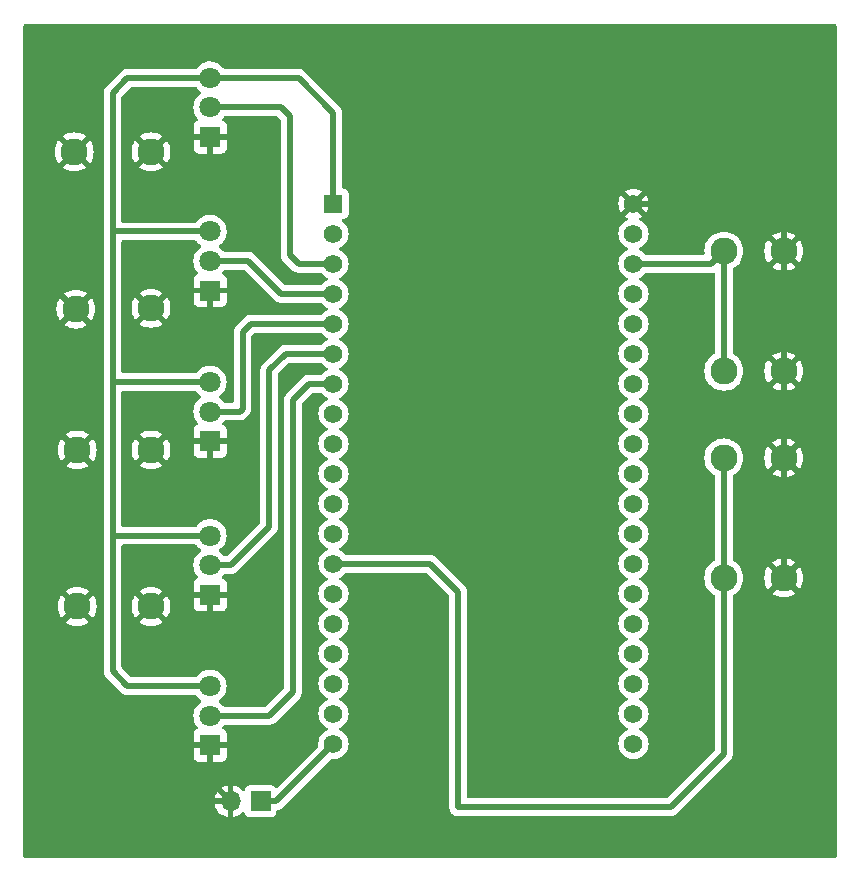
<source format=gbr>
%TF.GenerationSoftware,KiCad,Pcbnew,8.0.5*%
%TF.CreationDate,2024-11-17T20:05:27+09:00*%
%TF.ProjectId,VR_glove,56525f67-6c6f-4766-952e-6b696361645f,rev?*%
%TF.SameCoordinates,Original*%
%TF.FileFunction,Copper,L2,Bot*%
%TF.FilePolarity,Positive*%
%FSLAX46Y46*%
G04 Gerber Fmt 4.6, Leading zero omitted, Abs format (unit mm)*
G04 Created by KiCad (PCBNEW 8.0.5) date 2024-11-17 20:05:27*
%MOMM*%
%LPD*%
G01*
G04 APERTURE LIST*
%TA.AperFunction,ComponentPad*%
%ADD10R,1.560000X1.560000*%
%TD*%
%TA.AperFunction,ComponentPad*%
%ADD11C,1.560000*%
%TD*%
%TA.AperFunction,ComponentPad*%
%ADD12C,2.286000*%
%TD*%
%TA.AperFunction,ComponentPad*%
%ADD13C,1.800000*%
%TD*%
%TA.AperFunction,ComponentPad*%
%ADD14R,1.800000X1.800000*%
%TD*%
%TA.AperFunction,ComponentPad*%
%ADD15O,1.700000X1.700000*%
%TD*%
%TA.AperFunction,ComponentPad*%
%ADD16R,1.700000X1.700000*%
%TD*%
%TA.AperFunction,Conductor*%
%ADD17C,0.500000*%
%TD*%
G04 APERTURE END LIST*
D10*
%TO.P,U1,J2-1,3V3*%
%TO.N,Net-(U1-3V3)*%
X144200000Y-61660000D03*
D11*
%TO.P,U1,J2-2,EN*%
%TO.N,unconnected-(U1-EN-PadJ2-2)*%
X144200000Y-64200000D03*
%TO.P,U1,J2-3,SENSOR_VP*%
%TO.N,Net-(U1-SENSOR_VP)*%
X144200000Y-66740000D03*
%TO.P,U1,J2-4,SENSOR_VN*%
%TO.N,Net-(U1-SENSOR_VN)*%
X144200000Y-69280000D03*
%TO.P,U1,J2-5,IO34*%
%TO.N,Net-(U1-IO34)*%
X144200000Y-71820000D03*
%TO.P,U1,J2-6,IO35*%
%TO.N,Net-(U1-IO35)*%
X144200000Y-74360000D03*
%TO.P,U1,J2-7,IO32*%
%TO.N,Net-(U1-IO32)*%
X144200000Y-76900000D03*
%TO.P,U1,J2-8,IO33*%
%TO.N,unconnected-(U1-IO33-PadJ2-8)*%
X144200000Y-79440000D03*
%TO.P,U1,J2-9,IO25*%
%TO.N,unconnected-(U1-IO25-PadJ2-9)*%
X144200000Y-81980000D03*
%TO.P,U1,J2-10,IO26*%
%TO.N,unconnected-(U1-IO26-PadJ2-10)*%
X144200000Y-84520000D03*
%TO.P,U1,J2-11,IO27*%
%TO.N,unconnected-(U1-IO27-PadJ2-11)*%
X144200000Y-87060000D03*
%TO.P,U1,J2-12,IO14*%
%TO.N,unconnected-(U1-IO14-PadJ2-12)*%
X144200000Y-89600000D03*
%TO.P,U1,J2-13,IO12*%
%TO.N,CALIB*%
X144200000Y-92140000D03*
%TO.P,U1,J2-14,GND1*%
%TO.N,unconnected-(U1-GND1-PadJ2-14)*%
X144200000Y-94680000D03*
%TO.P,U1,J2-15,IO13*%
%TO.N,unconnected-(U1-IO13-PadJ2-15)*%
X144200000Y-97220000D03*
%TO.P,U1,J2-16,SD2*%
%TO.N,unconnected-(U1-SD2-PadJ2-16)*%
X144200000Y-99760000D03*
%TO.P,U1,J2-17,SD3*%
%TO.N,unconnected-(U1-SD3-PadJ2-17)*%
X144200000Y-102300000D03*
%TO.P,U1,J2-18,CMD*%
%TO.N,unconnected-(U1-CMD-PadJ2-18)*%
X144200000Y-104840000D03*
%TO.P,U1,J2-19,EXT_5V*%
%TO.N,+5V*%
X144200000Y-107380000D03*
%TO.P,U1,J3-1,GND3*%
%TO.N,GND*%
X169600000Y-61660000D03*
%TO.P,U1,J3-2,IO23*%
%TO.N,unconnected-(U1-IO23-PadJ3-2)*%
X169600000Y-64200000D03*
%TO.P,U1,J3-3,IO22*%
%TO.N,PINCH*%
X169600000Y-66740000D03*
%TO.P,U1,J3-4,TXD0*%
%TO.N,unconnected-(U1-TXD0-PadJ3-4)*%
X169600000Y-69280000D03*
%TO.P,U1,J3-5,RXD0*%
%TO.N,unconnected-(U1-RXD0-PadJ3-5)*%
X169600000Y-71820000D03*
%TO.P,U1,J3-6,IO21*%
%TO.N,unconnected-(U1-IO21-PadJ3-6)*%
X169600000Y-74360000D03*
%TO.P,U1,J3-7,GND2*%
%TO.N,unconnected-(U1-GND2-PadJ3-7)*%
X169600000Y-76900000D03*
%TO.P,U1,J3-8,IO19*%
%TO.N,unconnected-(U1-IO19-PadJ3-8)*%
X169600000Y-79440000D03*
%TO.P,U1,J3-9,IO18*%
%TO.N,unconnected-(U1-IO18-PadJ3-9)*%
X169600000Y-81980000D03*
%TO.P,U1,J3-10,IO5*%
%TO.N,unconnected-(U1-IO5-PadJ3-10)*%
X169600000Y-84520000D03*
%TO.P,U1,J3-11,IO17*%
%TO.N,unconnected-(U1-IO17-PadJ3-11)*%
X169600000Y-87060000D03*
%TO.P,U1,J3-12,IO16*%
%TO.N,unconnected-(U1-IO16-PadJ3-12)*%
X169600000Y-89600000D03*
%TO.P,U1,J3-13,IO4*%
%TO.N,unconnected-(U1-IO4-PadJ3-13)*%
X169600000Y-92140000D03*
%TO.P,U1,J3-14,IO0*%
%TO.N,unconnected-(U1-IO0-PadJ3-14)*%
X169600000Y-94680000D03*
%TO.P,U1,J3-15,IO2*%
%TO.N,unconnected-(U1-IO2-PadJ3-15)*%
X169600000Y-97220000D03*
%TO.P,U1,J3-16,IO15*%
%TO.N,unconnected-(U1-IO15-PadJ3-16)*%
X169600000Y-99760000D03*
%TO.P,U1,J3-17,SD1*%
%TO.N,unconnected-(U1-SD1-PadJ3-17)*%
X169600000Y-102300000D03*
%TO.P,U1,J3-18,SD0*%
%TO.N,unconnected-(U1-SD0-PadJ3-18)*%
X169600000Y-104840000D03*
%TO.P,U1,J3-19,CLK*%
%TO.N,unconnected-(U1-CLK-PadJ3-19)*%
X169600000Y-107380000D03*
%TD*%
D12*
%TO.P,J9,1,Pin_1*%
%TO.N,GND*%
X128750000Y-57250000D03*
%TD*%
D13*
%TO.P,RV1,3,3*%
%TO.N,Net-(U1-3V3)*%
X133750000Y-51000000D03*
%TO.P,RV1,2,2*%
%TO.N,Net-(U1-SENSOR_VP)*%
X133750000Y-53500000D03*
D14*
%TO.P,RV1,1,1*%
%TO.N,GND*%
X133750000Y-56000000D03*
%TD*%
D12*
%TO.P,J7,1,Pin_1*%
%TO.N,GND*%
X128750000Y-70500000D03*
%TD*%
%TO.P,J1,1,Pin_1*%
%TO.N,GND*%
X122500000Y-82500000D03*
%TD*%
%TO.P,J6,1,Pin_1*%
%TO.N,GND*%
X128750000Y-82500000D03*
%TD*%
%TO.P,J5,1,Pin_1*%
%TO.N,GND*%
X122250000Y-57250000D03*
%TD*%
%TO.P,SW3,1,1*%
%TO.N,CALIB*%
X177250000Y-83170000D03*
%TO.P,SW3,2,2*%
X177250000Y-93330000D03*
%TO.P,SW3,3,K*%
%TO.N,GND*%
X182330000Y-83170000D03*
%TO.P,SW3,4,A*%
X182330000Y-93330000D03*
%TD*%
%TO.P,J3,1,Pin_1*%
%TO.N,GND*%
X122392000Y-70572000D03*
%TD*%
%TO.P,J4,1,Pin_1*%
%TO.N,GND*%
X128750000Y-95750000D03*
%TD*%
D14*
%TO.P,RV2,1,1*%
%TO.N,GND*%
X133750000Y-69000000D03*
D13*
%TO.P,RV2,2,2*%
%TO.N,Net-(U1-SENSOR_VN)*%
X133750000Y-66500000D03*
%TO.P,RV2,3,3*%
%TO.N,Net-(U1-3V3)*%
X133750000Y-64000000D03*
%TD*%
D15*
%TO.P,J2,2,Pin_2*%
%TO.N,GND*%
X135485000Y-112250000D03*
D16*
%TO.P,J2,1,Pin_1*%
%TO.N,+5V*%
X138025000Y-112250000D03*
%TD*%
D12*
%TO.P,J8,1,Pin_1*%
%TO.N,GND*%
X122500000Y-95750000D03*
%TD*%
%TO.P,SW4,1,1*%
%TO.N,PINCH*%
X177250000Y-65670000D03*
%TO.P,SW4,2,2*%
X177250000Y-75830000D03*
%TO.P,SW4,3,K*%
%TO.N,GND*%
X182330000Y-65670000D03*
%TO.P,SW4,4,A*%
X182330000Y-75830000D03*
%TD*%
D14*
%TO.P,RV5,1,1*%
%TO.N,GND*%
X133750000Y-107500000D03*
D13*
%TO.P,RV5,2,2*%
%TO.N,Net-(U1-IO32)*%
X133750000Y-105000000D03*
%TO.P,RV5,3,3*%
%TO.N,Net-(U1-3V3)*%
X133750000Y-102500000D03*
%TD*%
D14*
%TO.P,RV4,1,1*%
%TO.N,GND*%
X133750000Y-94750000D03*
D13*
%TO.P,RV4,2,2*%
%TO.N,Net-(U1-IO35)*%
X133750000Y-92250000D03*
%TO.P,RV4,3,3*%
%TO.N,Net-(U1-3V3)*%
X133750000Y-89750000D03*
%TD*%
D14*
%TO.P,RV3,1,1*%
%TO.N,GND*%
X133750000Y-81750000D03*
D13*
%TO.P,RV3,2,2*%
%TO.N,Net-(U1-IO34)*%
X133750000Y-79250000D03*
%TO.P,RV3,3,3*%
%TO.N,Net-(U1-3V3)*%
X133750000Y-76750000D03*
%TD*%
D17*
%TO.N,GND*%
X133750000Y-110515000D02*
X133750000Y-107500000D01*
X135485000Y-112250000D02*
X133750000Y-110515000D01*
%TO.N,+5V*%
X139330000Y-112250000D02*
X144200000Y-107380000D01*
X138025000Y-112250000D02*
X139330000Y-112250000D01*
%TO.N,Net-(U1-IO35)*%
X138750000Y-89000000D02*
X135500000Y-92250000D01*
X135500000Y-92250000D02*
X133750000Y-92250000D01*
X138750000Y-75750000D02*
X138750000Y-89000000D01*
X140140000Y-74360000D02*
X138750000Y-75750000D01*
X144200000Y-74360000D02*
X140140000Y-74360000D01*
%TO.N,Net-(U1-IO32)*%
X138750000Y-105000000D02*
X133750000Y-105000000D01*
X140750000Y-103000000D02*
X138750000Y-105000000D01*
X140750000Y-78250000D02*
X140750000Y-103000000D01*
X142100000Y-76900000D02*
X140750000Y-78250000D01*
X144200000Y-76900000D02*
X142100000Y-76900000D01*
%TO.N,Net-(U1-IO34)*%
X136500000Y-72500000D02*
X137180000Y-71820000D01*
X136500000Y-79000000D02*
X136500000Y-72500000D01*
X137180000Y-71820000D02*
X144200000Y-71820000D01*
X136250000Y-79250000D02*
X136500000Y-79000000D01*
X133750000Y-79250000D02*
X136250000Y-79250000D01*
%TO.N,Net-(U1-SENSOR_VN)*%
X137000000Y-66500000D02*
X139780000Y-69280000D01*
X139780000Y-69280000D02*
X144200000Y-69280000D01*
X133750000Y-66500000D02*
X137000000Y-66500000D01*
%TO.N,Net-(U1-SENSOR_VP)*%
X141240000Y-66740000D02*
X144200000Y-66740000D01*
X140500000Y-66000000D02*
X141240000Y-66740000D01*
X140500000Y-54250000D02*
X140500000Y-66000000D01*
X139750000Y-53500000D02*
X140500000Y-54250000D01*
X133750000Y-53500000D02*
X139750000Y-53500000D01*
%TO.N,Net-(U1-3V3)*%
X133750000Y-64000000D02*
X125500000Y-64000000D01*
X125500000Y-64000000D02*
X125500000Y-76750000D01*
X125500000Y-52250000D02*
X125500000Y-64000000D01*
X133750000Y-76750000D02*
X125500000Y-76750000D01*
X125500000Y-76750000D02*
X125500000Y-89750000D01*
X133750000Y-89750000D02*
X125500000Y-89750000D01*
X125500000Y-89750000D02*
X125500000Y-101250000D01*
X125500000Y-101250000D02*
X126750000Y-102500000D01*
X126750000Y-51000000D02*
X125500000Y-52250000D01*
X126750000Y-102500000D02*
X133750000Y-102500000D01*
X133750000Y-51000000D02*
X126750000Y-51000000D01*
X141250000Y-51000000D02*
X133750000Y-51000000D01*
X144200000Y-53950000D02*
X141250000Y-51000000D01*
X144200000Y-61660000D02*
X144200000Y-53950000D01*
%TO.N,GND*%
X182330000Y-63080000D02*
X180910000Y-61660000D01*
X180910000Y-61660000D02*
X169600000Y-61660000D01*
X182330000Y-65670000D02*
X182330000Y-93330000D01*
X182330000Y-65670000D02*
X182330000Y-63080000D01*
%TO.N,PINCH*%
X169600000Y-66740000D02*
X176180000Y-66740000D01*
X177250000Y-65670000D02*
X177250000Y-75830000D01*
X176180000Y-66740000D02*
X177250000Y-65670000D01*
%TO.N,Net-(U1-SENSOR_VN)*%
X144170000Y-69250000D02*
X144200000Y-69280000D01*
%TO.N,CALIB*%
X154750000Y-112750000D02*
X154750000Y-94500000D01*
X152390000Y-92140000D02*
X144200000Y-92140000D01*
X177250000Y-83170000D02*
X177250000Y-93330000D01*
X177250000Y-93330000D02*
X177250000Y-108250000D01*
X154750000Y-94500000D02*
X152390000Y-92140000D01*
X172750000Y-112750000D02*
X154750000Y-112750000D01*
X177250000Y-108250000D02*
X172750000Y-112750000D01*
%TD*%
%TA.AperFunction,Conductor*%
%TO.N,GND*%
G36*
X143164793Y-75130185D02*
G01*
X143199326Y-75163373D01*
X143215333Y-75186233D01*
X143215334Y-75186234D01*
X143215335Y-75186235D01*
X143373765Y-75344665D01*
X143373771Y-75344670D01*
X143557299Y-75473178D01*
X143557301Y-75473179D01*
X143557304Y-75473181D01*
X143652600Y-75517618D01*
X143705039Y-75563790D01*
X143724191Y-75630984D01*
X143703975Y-75697865D01*
X143652600Y-75742382D01*
X143557306Y-75786818D01*
X143557304Y-75786819D01*
X143373768Y-75915331D01*
X143289600Y-75999500D01*
X143215333Y-76073767D01*
X143205439Y-76087898D01*
X143199328Y-76096625D01*
X143144750Y-76140249D01*
X143097754Y-76149500D01*
X142026080Y-76149500D01*
X141881092Y-76178340D01*
X141881082Y-76178343D01*
X141744511Y-76234912D01*
X141744498Y-76234919D01*
X141621584Y-76317048D01*
X141621580Y-76317051D01*
X140167049Y-77771581D01*
X140167045Y-77771585D01*
X140145151Y-77804355D01*
X140145151Y-77804356D01*
X140084914Y-77894508D01*
X140028343Y-78031082D01*
X140028340Y-78031092D01*
X139999500Y-78176079D01*
X139999500Y-102637770D01*
X139979815Y-102704809D01*
X139963181Y-102725451D01*
X138475451Y-104213181D01*
X138414128Y-104246666D01*
X138387770Y-104249500D01*
X134999685Y-104249500D01*
X134932646Y-104229815D01*
X134895877Y-104193322D01*
X134858984Y-104136854D01*
X134858982Y-104136852D01*
X134858979Y-104136847D01*
X134701784Y-103966087D01*
X134549876Y-103847852D01*
X134509064Y-103791143D01*
X134505389Y-103721370D01*
X134540020Y-103660687D01*
X134549876Y-103652147D01*
X134701784Y-103533913D01*
X134858979Y-103363153D01*
X134985924Y-103168849D01*
X135079157Y-102956300D01*
X135136134Y-102731305D01*
X135136619Y-102725451D01*
X135155300Y-102500006D01*
X135155300Y-102499993D01*
X135136135Y-102268702D01*
X135136133Y-102268691D01*
X135079157Y-102043699D01*
X134985924Y-101831151D01*
X134858983Y-101636852D01*
X134858980Y-101636849D01*
X134858979Y-101636847D01*
X134701784Y-101466087D01*
X134701779Y-101466083D01*
X134701777Y-101466081D01*
X134518634Y-101323535D01*
X134518628Y-101323531D01*
X134314504Y-101213064D01*
X134314495Y-101213061D01*
X134094984Y-101137702D01*
X133923282Y-101109050D01*
X133866049Y-101099500D01*
X133633951Y-101099500D01*
X133588164Y-101107140D01*
X133405015Y-101137702D01*
X133185504Y-101213061D01*
X133185495Y-101213064D01*
X132981371Y-101323531D01*
X132981365Y-101323535D01*
X132798222Y-101466081D01*
X132798219Y-101466084D01*
X132798216Y-101466086D01*
X132798216Y-101466087D01*
X132662631Y-101613373D01*
X132641015Y-101636854D01*
X132604123Y-101693322D01*
X132550977Y-101738678D01*
X132500315Y-101749500D01*
X127112230Y-101749500D01*
X127045191Y-101729815D01*
X127024549Y-101713181D01*
X126286819Y-100975451D01*
X126253334Y-100914128D01*
X126250500Y-100887770D01*
X126250500Y-95750000D01*
X127101920Y-95750000D01*
X127122211Y-96007820D01*
X127182582Y-96259285D01*
X127281549Y-96498213D01*
X127416673Y-96718714D01*
X127416676Y-96718719D01*
X127421767Y-96724679D01*
X128110690Y-96035756D01*
X128129668Y-96081574D01*
X128206274Y-96196224D01*
X128303776Y-96293726D01*
X128418426Y-96370332D01*
X128464242Y-96389309D01*
X127775319Y-97078232D01*
X127781283Y-97083325D01*
X128001786Y-97218450D01*
X128240714Y-97317417D01*
X128492179Y-97377788D01*
X128750000Y-97398079D01*
X129007820Y-97377788D01*
X129259285Y-97317417D01*
X129498213Y-97218450D01*
X129718713Y-97083326D01*
X129718723Y-97083319D01*
X129724678Y-97078232D01*
X129724678Y-97078231D01*
X129035756Y-96389309D01*
X129081574Y-96370332D01*
X129196224Y-96293726D01*
X129293726Y-96196224D01*
X129370332Y-96081574D01*
X129389309Y-96035756D01*
X130078231Y-96724678D01*
X130078232Y-96724678D01*
X130083319Y-96718723D01*
X130083326Y-96718713D01*
X130218450Y-96498213D01*
X130317417Y-96259285D01*
X130377788Y-96007820D01*
X130398079Y-95750000D01*
X130377788Y-95492179D01*
X130317417Y-95240714D01*
X130218450Y-95001786D01*
X130083325Y-94781283D01*
X130078232Y-94775319D01*
X129389309Y-95464242D01*
X129370332Y-95418426D01*
X129293726Y-95303776D01*
X129196224Y-95206274D01*
X129081574Y-95129668D01*
X129035756Y-95110689D01*
X129724679Y-94421767D01*
X129724679Y-94421766D01*
X129718719Y-94416676D01*
X129718714Y-94416673D01*
X129498213Y-94281549D01*
X129259285Y-94182582D01*
X129007820Y-94122211D01*
X128750000Y-94101920D01*
X128492179Y-94122211D01*
X128240714Y-94182582D01*
X128001786Y-94281549D01*
X127781289Y-94416670D01*
X127781273Y-94416682D01*
X127775320Y-94421766D01*
X128464243Y-95110689D01*
X128418426Y-95129668D01*
X128303776Y-95206274D01*
X128206274Y-95303776D01*
X128129668Y-95418426D01*
X128110690Y-95464243D01*
X127421766Y-94775320D01*
X127416682Y-94781273D01*
X127416670Y-94781289D01*
X127281549Y-95001786D01*
X127182582Y-95240714D01*
X127122211Y-95492179D01*
X127101920Y-95750000D01*
X126250500Y-95750000D01*
X126250500Y-90624500D01*
X126270185Y-90557461D01*
X126322989Y-90511706D01*
X126374500Y-90500500D01*
X132500315Y-90500500D01*
X132567354Y-90520185D01*
X132604123Y-90556678D01*
X132641015Y-90613145D01*
X132641017Y-90613147D01*
X132641021Y-90613153D01*
X132798216Y-90783913D01*
X132798219Y-90783915D01*
X132798222Y-90783918D01*
X132950122Y-90902147D01*
X132990935Y-90958857D01*
X132994610Y-91028630D01*
X132959978Y-91089313D01*
X132950122Y-91097853D01*
X132798222Y-91216081D01*
X132798219Y-91216084D01*
X132641016Y-91386852D01*
X132514075Y-91581151D01*
X132420842Y-91793699D01*
X132363866Y-92018691D01*
X132363864Y-92018702D01*
X132344700Y-92249993D01*
X132344700Y-92250006D01*
X132363864Y-92481297D01*
X132363866Y-92481308D01*
X132420842Y-92706300D01*
X132514075Y-92918848D01*
X132641016Y-93113147D01*
X132641018Y-93113149D01*
X132641021Y-93113153D01*
X132708757Y-93186734D01*
X132739678Y-93249387D01*
X132731818Y-93318813D01*
X132687670Y-93372968D01*
X132660861Y-93386896D01*
X132607916Y-93406644D01*
X132607906Y-93406649D01*
X132492812Y-93492809D01*
X132492809Y-93492812D01*
X132406649Y-93607906D01*
X132406645Y-93607913D01*
X132356403Y-93742620D01*
X132356401Y-93742627D01*
X132350000Y-93802155D01*
X132350000Y-94500000D01*
X133316988Y-94500000D01*
X133284075Y-94557007D01*
X133250000Y-94684174D01*
X133250000Y-94815826D01*
X133284075Y-94942993D01*
X133316988Y-95000000D01*
X132350000Y-95000000D01*
X132350000Y-95697844D01*
X132356401Y-95757372D01*
X132356403Y-95757379D01*
X132406645Y-95892086D01*
X132406649Y-95892093D01*
X132492809Y-96007187D01*
X132492812Y-96007190D01*
X132607906Y-96093350D01*
X132607913Y-96093354D01*
X132742620Y-96143596D01*
X132742627Y-96143598D01*
X132802155Y-96149999D01*
X132802172Y-96150000D01*
X133500000Y-96150000D01*
X133500000Y-95183012D01*
X133557007Y-95215925D01*
X133684174Y-95250000D01*
X133815826Y-95250000D01*
X133942993Y-95215925D01*
X134000000Y-95183012D01*
X134000000Y-96150000D01*
X134697828Y-96150000D01*
X134697844Y-96149999D01*
X134757372Y-96143598D01*
X134757379Y-96143596D01*
X134892086Y-96093354D01*
X134892093Y-96093350D01*
X135007187Y-96007190D01*
X135007190Y-96007187D01*
X135093350Y-95892093D01*
X135093354Y-95892086D01*
X135143596Y-95757379D01*
X135143598Y-95757372D01*
X135149999Y-95697844D01*
X135150000Y-95697827D01*
X135150000Y-95000000D01*
X134183012Y-95000000D01*
X134215925Y-94942993D01*
X134250000Y-94815826D01*
X134250000Y-94684174D01*
X134215925Y-94557007D01*
X134183012Y-94500000D01*
X135150000Y-94500000D01*
X135150000Y-93802172D01*
X135149999Y-93802155D01*
X135143598Y-93742627D01*
X135143596Y-93742620D01*
X135093354Y-93607913D01*
X135093350Y-93607906D01*
X135007190Y-93492812D01*
X135007187Y-93492809D01*
X134892093Y-93406649D01*
X134892084Y-93406644D01*
X134839138Y-93386896D01*
X134783205Y-93345025D01*
X134758789Y-93279560D01*
X134773641Y-93211287D01*
X134791240Y-93186737D01*
X134858979Y-93113153D01*
X134858983Y-93113147D01*
X134895877Y-93056678D01*
X134949023Y-93011322D01*
X134999685Y-93000500D01*
X135573920Y-93000500D01*
X135671462Y-92981096D01*
X135718913Y-92971658D01*
X135855495Y-92915084D01*
X135935453Y-92861658D01*
X135978416Y-92832952D01*
X139332952Y-89478416D01*
X139400852Y-89376794D01*
X139415084Y-89355495D01*
X139471658Y-89218913D01*
X139483304Y-89160368D01*
X139500500Y-89073920D01*
X139500500Y-76112230D01*
X139520185Y-76045191D01*
X139536819Y-76024549D01*
X140414549Y-75146819D01*
X140475872Y-75113334D01*
X140502230Y-75110500D01*
X143097754Y-75110500D01*
X143164793Y-75130185D01*
G37*
%TD.AperFunction*%
%TA.AperFunction,Conductor*%
G36*
X143164793Y-72590185D02*
G01*
X143199326Y-72623373D01*
X143215333Y-72646233D01*
X143215334Y-72646234D01*
X143215335Y-72646235D01*
X143373765Y-72804665D01*
X143373771Y-72804670D01*
X143557299Y-72933178D01*
X143557301Y-72933179D01*
X143557304Y-72933181D01*
X143652600Y-72977618D01*
X143705039Y-73023790D01*
X143724191Y-73090984D01*
X143703975Y-73157865D01*
X143652600Y-73202382D01*
X143557306Y-73246818D01*
X143557304Y-73246819D01*
X143373768Y-73375331D01*
X143215333Y-73533767D01*
X143199328Y-73556625D01*
X143144750Y-73600249D01*
X143097754Y-73609500D01*
X140066080Y-73609500D01*
X139921092Y-73638340D01*
X139921086Y-73638342D01*
X139784508Y-73694914D01*
X139784496Y-73694921D01*
X139735269Y-73727813D01*
X139661588Y-73777044D01*
X139661580Y-73777050D01*
X138167049Y-75271581D01*
X138134323Y-75320559D01*
X138134324Y-75320560D01*
X138084914Y-75394508D01*
X138028343Y-75531082D01*
X138028340Y-75531092D01*
X137999500Y-75676079D01*
X137999500Y-88637770D01*
X137979815Y-88704809D01*
X137963181Y-88725451D01*
X135225451Y-91463181D01*
X135164128Y-91496666D01*
X135137770Y-91499500D01*
X134999685Y-91499500D01*
X134932646Y-91479815D01*
X134895877Y-91443322D01*
X134858984Y-91386854D01*
X134858982Y-91386852D01*
X134858979Y-91386847D01*
X134701784Y-91216087D01*
X134549876Y-91097852D01*
X134509064Y-91041143D01*
X134505389Y-90971370D01*
X134540020Y-90910687D01*
X134549876Y-90902147D01*
X134701784Y-90783913D01*
X134858979Y-90613153D01*
X134985924Y-90418849D01*
X135079157Y-90206300D01*
X135136134Y-89981305D01*
X135149234Y-89823208D01*
X135155300Y-89750006D01*
X135155300Y-89749993D01*
X135136135Y-89518702D01*
X135136133Y-89518691D01*
X135079157Y-89293699D01*
X134985924Y-89081151D01*
X134858983Y-88886852D01*
X134858980Y-88886849D01*
X134858979Y-88886847D01*
X134701784Y-88716087D01*
X134701779Y-88716083D01*
X134701777Y-88716081D01*
X134518634Y-88573535D01*
X134518628Y-88573531D01*
X134314504Y-88463064D01*
X134314495Y-88463061D01*
X134094984Y-88387702D01*
X133923282Y-88359050D01*
X133866049Y-88349500D01*
X133633951Y-88349500D01*
X133588164Y-88357140D01*
X133405015Y-88387702D01*
X133185504Y-88463061D01*
X133185495Y-88463064D01*
X132981371Y-88573531D01*
X132981365Y-88573535D01*
X132798222Y-88716081D01*
X132798219Y-88716084D01*
X132641015Y-88886854D01*
X132604123Y-88943322D01*
X132550977Y-88988678D01*
X132500315Y-88999500D01*
X126374500Y-88999500D01*
X126307461Y-88979815D01*
X126261706Y-88927011D01*
X126250500Y-88875500D01*
X126250500Y-82500000D01*
X127101920Y-82500000D01*
X127122211Y-82757820D01*
X127182582Y-83009285D01*
X127281549Y-83248213D01*
X127416673Y-83468714D01*
X127416676Y-83468719D01*
X127421767Y-83474679D01*
X128110690Y-82785756D01*
X128129668Y-82831574D01*
X128206274Y-82946224D01*
X128303776Y-83043726D01*
X128418426Y-83120332D01*
X128464242Y-83139309D01*
X127775319Y-83828232D01*
X127781283Y-83833325D01*
X128001786Y-83968450D01*
X128240714Y-84067417D01*
X128492179Y-84127788D01*
X128750000Y-84148079D01*
X129007820Y-84127788D01*
X129259285Y-84067417D01*
X129498213Y-83968450D01*
X129718713Y-83833326D01*
X129718723Y-83833319D01*
X129724678Y-83828232D01*
X129724678Y-83828231D01*
X129035756Y-83139309D01*
X129081574Y-83120332D01*
X129196224Y-83043726D01*
X129293726Y-82946224D01*
X129370332Y-82831574D01*
X129389309Y-82785756D01*
X130078231Y-83474678D01*
X130078232Y-83474678D01*
X130083319Y-83468723D01*
X130083326Y-83468713D01*
X130218450Y-83248213D01*
X130317417Y-83009285D01*
X130377788Y-82757820D01*
X130398079Y-82500000D01*
X130377788Y-82242179D01*
X130317417Y-81990714D01*
X130218450Y-81751786D01*
X130083325Y-81531283D01*
X130078232Y-81525319D01*
X129389309Y-82214242D01*
X129370332Y-82168426D01*
X129293726Y-82053776D01*
X129196224Y-81956274D01*
X129081574Y-81879668D01*
X129035756Y-81860689D01*
X129724679Y-81171767D01*
X129724679Y-81171766D01*
X129718719Y-81166676D01*
X129718714Y-81166673D01*
X129498213Y-81031549D01*
X129259285Y-80932582D01*
X129007820Y-80872211D01*
X128750000Y-80851920D01*
X128492179Y-80872211D01*
X128240714Y-80932582D01*
X128001786Y-81031549D01*
X127781289Y-81166670D01*
X127781273Y-81166682D01*
X127775320Y-81171766D01*
X128464243Y-81860689D01*
X128418426Y-81879668D01*
X128303776Y-81956274D01*
X128206274Y-82053776D01*
X128129668Y-82168426D01*
X128110690Y-82214243D01*
X127421766Y-81525320D01*
X127416682Y-81531273D01*
X127416670Y-81531289D01*
X127281549Y-81751786D01*
X127182582Y-81990714D01*
X127122211Y-82242179D01*
X127101920Y-82500000D01*
X126250500Y-82500000D01*
X126250500Y-77624500D01*
X126270185Y-77557461D01*
X126322989Y-77511706D01*
X126374500Y-77500500D01*
X132500315Y-77500500D01*
X132567354Y-77520185D01*
X132604123Y-77556678D01*
X132641015Y-77613145D01*
X132641017Y-77613147D01*
X132641021Y-77613153D01*
X132798216Y-77783913D01*
X132798219Y-77783915D01*
X132798222Y-77783918D01*
X132950122Y-77902147D01*
X132990935Y-77958857D01*
X132994610Y-78028630D01*
X132959978Y-78089313D01*
X132950122Y-78097853D01*
X132798222Y-78216081D01*
X132798219Y-78216084D01*
X132641016Y-78386852D01*
X132514075Y-78581151D01*
X132420842Y-78793699D01*
X132363866Y-79018691D01*
X132363864Y-79018702D01*
X132344700Y-79249993D01*
X132344700Y-79250006D01*
X132363864Y-79481297D01*
X132363866Y-79481308D01*
X132420842Y-79706300D01*
X132514075Y-79918848D01*
X132641016Y-80113147D01*
X132641018Y-80113149D01*
X132641021Y-80113153D01*
X132708757Y-80186734D01*
X132739678Y-80249387D01*
X132731818Y-80318813D01*
X132687670Y-80372968D01*
X132660861Y-80386896D01*
X132607916Y-80406644D01*
X132607906Y-80406649D01*
X132492812Y-80492809D01*
X132492809Y-80492812D01*
X132406649Y-80607906D01*
X132406645Y-80607913D01*
X132356403Y-80742620D01*
X132356401Y-80742627D01*
X132350000Y-80802155D01*
X132350000Y-81500000D01*
X133316988Y-81500000D01*
X133284075Y-81557007D01*
X133250000Y-81684174D01*
X133250000Y-81815826D01*
X133284075Y-81942993D01*
X133316988Y-82000000D01*
X132350000Y-82000000D01*
X132350000Y-82697844D01*
X132356401Y-82757372D01*
X132356403Y-82757379D01*
X132406645Y-82892086D01*
X132406649Y-82892093D01*
X132492809Y-83007187D01*
X132492812Y-83007190D01*
X132607906Y-83093350D01*
X132607913Y-83093354D01*
X132742620Y-83143596D01*
X132742627Y-83143598D01*
X132802155Y-83149999D01*
X132802172Y-83150000D01*
X133500000Y-83150000D01*
X133500000Y-82183012D01*
X133557007Y-82215925D01*
X133684174Y-82250000D01*
X133815826Y-82250000D01*
X133942993Y-82215925D01*
X134000000Y-82183012D01*
X134000000Y-83150000D01*
X134697828Y-83150000D01*
X134697844Y-83149999D01*
X134757372Y-83143598D01*
X134757379Y-83143596D01*
X134892086Y-83093354D01*
X134892093Y-83093350D01*
X135007187Y-83007190D01*
X135007190Y-83007187D01*
X135093350Y-82892093D01*
X135093354Y-82892086D01*
X135143596Y-82757379D01*
X135143598Y-82757372D01*
X135149999Y-82697844D01*
X135150000Y-82697827D01*
X135150000Y-82000000D01*
X134183012Y-82000000D01*
X134215925Y-81942993D01*
X134250000Y-81815826D01*
X134250000Y-81684174D01*
X134215925Y-81557007D01*
X134183012Y-81500000D01*
X135150000Y-81500000D01*
X135150000Y-80802172D01*
X135149999Y-80802155D01*
X135143598Y-80742627D01*
X135143596Y-80742620D01*
X135093354Y-80607913D01*
X135093350Y-80607906D01*
X135007190Y-80492812D01*
X135007187Y-80492809D01*
X134892093Y-80406649D01*
X134892084Y-80406644D01*
X134839138Y-80386896D01*
X134783205Y-80345025D01*
X134758789Y-80279560D01*
X134773641Y-80211287D01*
X134791240Y-80186737D01*
X134858979Y-80113153D01*
X134858983Y-80113147D01*
X134895877Y-80056678D01*
X134949023Y-80011322D01*
X134999685Y-80000500D01*
X136323920Y-80000500D01*
X136421462Y-79981096D01*
X136468913Y-79971658D01*
X136559967Y-79933942D01*
X136605493Y-79915085D01*
X136605493Y-79915084D01*
X136605495Y-79915084D01*
X136658556Y-79879630D01*
X136658556Y-79879629D01*
X136658558Y-79879629D01*
X136693486Y-79856291D01*
X136728416Y-79832952D01*
X137082951Y-79478416D01*
X137165084Y-79355495D01*
X137221658Y-79218913D01*
X137250500Y-79073918D01*
X137250500Y-78926083D01*
X137250500Y-72862229D01*
X137270185Y-72795190D01*
X137286819Y-72774548D01*
X137454548Y-72606819D01*
X137515871Y-72573334D01*
X137542229Y-72570500D01*
X143097754Y-72570500D01*
X143164793Y-72590185D01*
G37*
%TD.AperFunction*%
%TA.AperFunction,Conductor*%
G36*
X132567354Y-64770185D02*
G01*
X132604123Y-64806678D01*
X132641015Y-64863145D01*
X132641017Y-64863147D01*
X132641021Y-64863153D01*
X132798216Y-65033913D01*
X132798219Y-65033915D01*
X132798222Y-65033918D01*
X132950122Y-65152147D01*
X132990935Y-65208857D01*
X132994610Y-65278630D01*
X132959978Y-65339313D01*
X132950122Y-65347853D01*
X132798222Y-65466081D01*
X132798219Y-65466084D01*
X132798216Y-65466086D01*
X132798216Y-65466087D01*
X132739267Y-65530122D01*
X132641016Y-65636852D01*
X132514075Y-65831151D01*
X132420842Y-66043699D01*
X132363866Y-66268691D01*
X132363864Y-66268702D01*
X132344700Y-66499993D01*
X132344700Y-66500006D01*
X132363864Y-66731297D01*
X132363866Y-66731308D01*
X132420842Y-66956300D01*
X132514075Y-67168848D01*
X132641016Y-67363147D01*
X132641018Y-67363149D01*
X132641021Y-67363153D01*
X132708757Y-67436734D01*
X132739678Y-67499387D01*
X132731818Y-67568813D01*
X132687670Y-67622968D01*
X132660861Y-67636896D01*
X132607916Y-67656644D01*
X132607906Y-67656649D01*
X132492812Y-67742809D01*
X132492809Y-67742812D01*
X132406649Y-67857906D01*
X132406645Y-67857913D01*
X132356403Y-67992620D01*
X132356401Y-67992627D01*
X132350000Y-68052155D01*
X132350000Y-68750000D01*
X133316988Y-68750000D01*
X133284075Y-68807007D01*
X133250000Y-68934174D01*
X133250000Y-69065826D01*
X133284075Y-69192993D01*
X133316988Y-69250000D01*
X132350000Y-69250000D01*
X132350000Y-69947844D01*
X132356401Y-70007372D01*
X132356403Y-70007379D01*
X132406645Y-70142086D01*
X132406649Y-70142093D01*
X132492809Y-70257187D01*
X132492812Y-70257190D01*
X132607906Y-70343350D01*
X132607913Y-70343354D01*
X132742620Y-70393596D01*
X132742627Y-70393598D01*
X132802155Y-70399999D01*
X132802172Y-70400000D01*
X133500000Y-70400000D01*
X133500000Y-69433012D01*
X133557007Y-69465925D01*
X133684174Y-69500000D01*
X133815826Y-69500000D01*
X133942993Y-69465925D01*
X134000000Y-69433012D01*
X134000000Y-70400000D01*
X134697828Y-70400000D01*
X134697844Y-70399999D01*
X134757372Y-70393598D01*
X134757379Y-70393596D01*
X134892086Y-70343354D01*
X134892093Y-70343350D01*
X135007187Y-70257190D01*
X135007190Y-70257187D01*
X135093350Y-70142093D01*
X135093354Y-70142086D01*
X135143596Y-70007379D01*
X135143598Y-70007372D01*
X135149999Y-69947844D01*
X135150000Y-69947827D01*
X135150000Y-69250000D01*
X134183012Y-69250000D01*
X134215925Y-69192993D01*
X134250000Y-69065826D01*
X134250000Y-68934174D01*
X134215925Y-68807007D01*
X134183012Y-68750000D01*
X135150000Y-68750000D01*
X135150000Y-68052172D01*
X135149999Y-68052155D01*
X135143598Y-67992627D01*
X135143596Y-67992620D01*
X135093354Y-67857913D01*
X135093350Y-67857906D01*
X135007190Y-67742812D01*
X135007187Y-67742809D01*
X134892093Y-67656649D01*
X134892084Y-67656644D01*
X134839138Y-67636896D01*
X134783205Y-67595025D01*
X134758789Y-67529560D01*
X134773641Y-67461287D01*
X134791240Y-67436737D01*
X134858979Y-67363153D01*
X134858983Y-67363147D01*
X134895877Y-67306678D01*
X134949023Y-67261322D01*
X134999685Y-67250500D01*
X136637770Y-67250500D01*
X136704809Y-67270185D01*
X136725451Y-67286819D01*
X139301586Y-69862954D01*
X139326602Y-69879668D01*
X139375268Y-69912184D01*
X139375270Y-69912187D01*
X139375271Y-69912187D01*
X139424496Y-69945079D01*
X139424511Y-69945087D01*
X139481079Y-69968518D01*
X139481080Y-69968518D01*
X139561088Y-70001659D01*
X139677241Y-70024763D01*
X139696468Y-70028587D01*
X139706081Y-70030500D01*
X139706082Y-70030500D01*
X139706083Y-70030500D01*
X139853918Y-70030500D01*
X143097754Y-70030500D01*
X143164793Y-70050185D01*
X143199326Y-70083373D01*
X143215333Y-70106233D01*
X143215334Y-70106234D01*
X143215335Y-70106235D01*
X143373765Y-70264665D01*
X143373771Y-70264670D01*
X143557299Y-70393178D01*
X143557301Y-70393179D01*
X143557304Y-70393181D01*
X143652600Y-70437618D01*
X143705039Y-70483790D01*
X143724191Y-70550984D01*
X143703975Y-70617865D01*
X143652600Y-70662382D01*
X143557306Y-70706818D01*
X143557304Y-70706819D01*
X143373768Y-70835331D01*
X143215333Y-70993767D01*
X143199328Y-71016625D01*
X143144750Y-71060249D01*
X143097754Y-71069500D01*
X137106080Y-71069500D01*
X136961092Y-71098340D01*
X136961082Y-71098343D01*
X136824511Y-71154912D01*
X136824498Y-71154919D01*
X136701584Y-71237048D01*
X136701580Y-71237051D01*
X135917050Y-72021580D01*
X135917044Y-72021588D01*
X135867812Y-72095268D01*
X135867813Y-72095269D01*
X135834921Y-72144496D01*
X135834914Y-72144508D01*
X135778342Y-72281086D01*
X135778340Y-72281092D01*
X135749500Y-72426079D01*
X135749500Y-78375500D01*
X135729815Y-78442539D01*
X135677011Y-78488294D01*
X135625500Y-78499500D01*
X134999685Y-78499500D01*
X134932646Y-78479815D01*
X134895877Y-78443322D01*
X134858984Y-78386854D01*
X134858982Y-78386852D01*
X134858979Y-78386847D01*
X134701784Y-78216087D01*
X134549876Y-78097852D01*
X134509064Y-78041143D01*
X134505389Y-77971370D01*
X134540020Y-77910687D01*
X134549876Y-77902147D01*
X134701784Y-77783913D01*
X134858979Y-77613153D01*
X134985924Y-77418849D01*
X135079157Y-77206300D01*
X135136134Y-76981305D01*
X135142871Y-76900000D01*
X135155300Y-76750006D01*
X135155300Y-76749993D01*
X135136135Y-76518702D01*
X135136133Y-76518691D01*
X135079157Y-76293699D01*
X134985924Y-76081151D01*
X134858983Y-75886852D01*
X134858980Y-75886849D01*
X134858979Y-75886847D01*
X134701784Y-75716087D01*
X134701779Y-75716083D01*
X134701777Y-75716081D01*
X134518634Y-75573535D01*
X134518628Y-75573531D01*
X134314504Y-75463064D01*
X134314495Y-75463061D01*
X134094984Y-75387702D01*
X133880449Y-75351903D01*
X133866049Y-75349500D01*
X133633951Y-75349500D01*
X133619551Y-75351903D01*
X133405015Y-75387702D01*
X133185504Y-75463061D01*
X133185495Y-75463064D01*
X132981371Y-75573531D01*
X132981365Y-75573535D01*
X132798222Y-75716081D01*
X132798219Y-75716084D01*
X132798216Y-75716086D01*
X132798216Y-75716087D01*
X132693352Y-75830001D01*
X132641015Y-75886854D01*
X132604123Y-75943322D01*
X132550977Y-75988678D01*
X132500315Y-75999500D01*
X126374500Y-75999500D01*
X126307461Y-75979815D01*
X126261706Y-75927011D01*
X126250500Y-75875500D01*
X126250500Y-70500000D01*
X127101920Y-70500000D01*
X127122211Y-70757820D01*
X127182582Y-71009285D01*
X127281549Y-71248213D01*
X127416673Y-71468714D01*
X127416676Y-71468719D01*
X127421767Y-71474679D01*
X128110690Y-70785756D01*
X128129668Y-70831574D01*
X128206274Y-70946224D01*
X128303776Y-71043726D01*
X128418426Y-71120332D01*
X128464242Y-71139309D01*
X127775319Y-71828232D01*
X127781283Y-71833325D01*
X128001786Y-71968450D01*
X128240714Y-72067417D01*
X128492179Y-72127788D01*
X128750000Y-72148079D01*
X129007820Y-72127788D01*
X129259285Y-72067417D01*
X129498213Y-71968450D01*
X129718713Y-71833326D01*
X129718723Y-71833319D01*
X129724678Y-71828232D01*
X129724678Y-71828231D01*
X129035756Y-71139309D01*
X129081574Y-71120332D01*
X129196224Y-71043726D01*
X129293726Y-70946224D01*
X129370332Y-70831574D01*
X129389309Y-70785756D01*
X130078231Y-71474678D01*
X130078232Y-71474678D01*
X130083319Y-71468723D01*
X130083326Y-71468713D01*
X130218450Y-71248213D01*
X130317417Y-71009285D01*
X130377788Y-70757820D01*
X130398079Y-70500000D01*
X130377788Y-70242179D01*
X130317417Y-69990714D01*
X130218450Y-69751786D01*
X130083325Y-69531283D01*
X130078232Y-69525319D01*
X129389309Y-70214242D01*
X129370332Y-70168426D01*
X129293726Y-70053776D01*
X129196224Y-69956274D01*
X129081574Y-69879668D01*
X129035756Y-69860689D01*
X129724679Y-69171767D01*
X129724679Y-69171766D01*
X129718719Y-69166676D01*
X129718714Y-69166673D01*
X129498213Y-69031549D01*
X129259285Y-68932582D01*
X129007820Y-68872211D01*
X128750000Y-68851920D01*
X128492179Y-68872211D01*
X128240714Y-68932582D01*
X128001786Y-69031549D01*
X127781289Y-69166670D01*
X127781273Y-69166682D01*
X127775320Y-69171766D01*
X128464243Y-69860689D01*
X128418426Y-69879668D01*
X128303776Y-69956274D01*
X128206274Y-70053776D01*
X128129668Y-70168426D01*
X128110690Y-70214243D01*
X127421766Y-69525320D01*
X127416682Y-69531273D01*
X127416670Y-69531289D01*
X127281549Y-69751786D01*
X127182582Y-69990714D01*
X127122211Y-70242179D01*
X127101920Y-70500000D01*
X126250500Y-70500000D01*
X126250500Y-64874500D01*
X126270185Y-64807461D01*
X126322989Y-64761706D01*
X126374500Y-64750500D01*
X132500315Y-64750500D01*
X132567354Y-64770185D01*
G37*
%TD.AperFunction*%
%TA.AperFunction,Conductor*%
G36*
X132567354Y-51770185D02*
G01*
X132604123Y-51806678D01*
X132641015Y-51863145D01*
X132641017Y-51863147D01*
X132641021Y-51863153D01*
X132798216Y-52033913D01*
X132798219Y-52033915D01*
X132798222Y-52033918D01*
X132950122Y-52152147D01*
X132990935Y-52208857D01*
X132994610Y-52278630D01*
X132959978Y-52339313D01*
X132950122Y-52347853D01*
X132798222Y-52466081D01*
X132798219Y-52466084D01*
X132641016Y-52636852D01*
X132514075Y-52831151D01*
X132420842Y-53043699D01*
X132363866Y-53268691D01*
X132363864Y-53268702D01*
X132344700Y-53499993D01*
X132344700Y-53500006D01*
X132363864Y-53731297D01*
X132363866Y-53731308D01*
X132420842Y-53956300D01*
X132514075Y-54168848D01*
X132641016Y-54363147D01*
X132641018Y-54363149D01*
X132641021Y-54363153D01*
X132708757Y-54436734D01*
X132739678Y-54499387D01*
X132731818Y-54568813D01*
X132687670Y-54622968D01*
X132660861Y-54636896D01*
X132607916Y-54656644D01*
X132607906Y-54656649D01*
X132492812Y-54742809D01*
X132492809Y-54742812D01*
X132406649Y-54857906D01*
X132406645Y-54857913D01*
X132356403Y-54992620D01*
X132356401Y-54992627D01*
X132350000Y-55052155D01*
X132350000Y-55750000D01*
X133316988Y-55750000D01*
X133284075Y-55807007D01*
X133250000Y-55934174D01*
X133250000Y-56065826D01*
X133284075Y-56192993D01*
X133316988Y-56250000D01*
X132350000Y-56250000D01*
X132350000Y-56947844D01*
X132356401Y-57007372D01*
X132356403Y-57007379D01*
X132406645Y-57142086D01*
X132406649Y-57142093D01*
X132492809Y-57257187D01*
X132492812Y-57257190D01*
X132607906Y-57343350D01*
X132607913Y-57343354D01*
X132742620Y-57393596D01*
X132742627Y-57393598D01*
X132802155Y-57399999D01*
X132802172Y-57400000D01*
X133500000Y-57400000D01*
X133500000Y-56433012D01*
X133557007Y-56465925D01*
X133684174Y-56500000D01*
X133815826Y-56500000D01*
X133942993Y-56465925D01*
X134000000Y-56433012D01*
X134000000Y-57400000D01*
X134697828Y-57400000D01*
X134697844Y-57399999D01*
X134757372Y-57393598D01*
X134757379Y-57393596D01*
X134892086Y-57343354D01*
X134892093Y-57343350D01*
X135007187Y-57257190D01*
X135007190Y-57257187D01*
X135093350Y-57142093D01*
X135093354Y-57142086D01*
X135143596Y-57007379D01*
X135143598Y-57007372D01*
X135149999Y-56947844D01*
X135150000Y-56947827D01*
X135150000Y-56250000D01*
X134183012Y-56250000D01*
X134215925Y-56192993D01*
X134250000Y-56065826D01*
X134250000Y-55934174D01*
X134215925Y-55807007D01*
X134183012Y-55750000D01*
X135150000Y-55750000D01*
X135150000Y-55052172D01*
X135149999Y-55052155D01*
X135143598Y-54992627D01*
X135143596Y-54992620D01*
X135093354Y-54857913D01*
X135093350Y-54857906D01*
X135007190Y-54742812D01*
X135007187Y-54742809D01*
X134892093Y-54656649D01*
X134892084Y-54656644D01*
X134839138Y-54636896D01*
X134783205Y-54595025D01*
X134758789Y-54529560D01*
X134773641Y-54461287D01*
X134791240Y-54436737D01*
X134858979Y-54363153D01*
X134858983Y-54363147D01*
X134895877Y-54306678D01*
X134949023Y-54261322D01*
X134999685Y-54250500D01*
X139387770Y-54250500D01*
X139454809Y-54270185D01*
X139475451Y-54286819D01*
X139713181Y-54524548D01*
X139746666Y-54585871D01*
X139749500Y-54612229D01*
X139749500Y-66073918D01*
X139749500Y-66073920D01*
X139749499Y-66073920D01*
X139778340Y-66218907D01*
X139778343Y-66218917D01*
X139834914Y-66355492D01*
X139834915Y-66355494D01*
X139834916Y-66355495D01*
X139858758Y-66391178D01*
X139865627Y-66401457D01*
X139865628Y-66401460D01*
X139917046Y-66478414D01*
X139917052Y-66478421D01*
X140761584Y-67322952D01*
X140761586Y-67322954D01*
X140791058Y-67342645D01*
X140835270Y-67372186D01*
X140884505Y-67405084D01*
X140884506Y-67405084D01*
X140884507Y-67405085D01*
X140884509Y-67405086D01*
X140960910Y-67436732D01*
X141021087Y-67461658D01*
X141021091Y-67461658D01*
X141021092Y-67461659D01*
X141166079Y-67490500D01*
X141166082Y-67490500D01*
X141166083Y-67490500D01*
X141313917Y-67490500D01*
X143097754Y-67490500D01*
X143164793Y-67510185D01*
X143199326Y-67543373D01*
X143215333Y-67566233D01*
X143215334Y-67566234D01*
X143215335Y-67566235D01*
X143373765Y-67724665D01*
X143373771Y-67724670D01*
X143557299Y-67853178D01*
X143557301Y-67853179D01*
X143557304Y-67853181D01*
X143576856Y-67862298D01*
X143652600Y-67897618D01*
X143705039Y-67943790D01*
X143724191Y-68010984D01*
X143703975Y-68077865D01*
X143652600Y-68122382D01*
X143557306Y-68166818D01*
X143557304Y-68166819D01*
X143373768Y-68295331D01*
X143215333Y-68453767D01*
X143199328Y-68476625D01*
X143144750Y-68520249D01*
X143097754Y-68529500D01*
X140142230Y-68529500D01*
X140075191Y-68509815D01*
X140054549Y-68493181D01*
X137478413Y-65917045D01*
X137429179Y-65884150D01*
X137396355Y-65862218D01*
X137355495Y-65834916D01*
X137355494Y-65834915D01*
X137355492Y-65834914D01*
X137355490Y-65834913D01*
X137218917Y-65778343D01*
X137218907Y-65778340D01*
X137073920Y-65749500D01*
X137073918Y-65749500D01*
X134999685Y-65749500D01*
X134932646Y-65729815D01*
X134895877Y-65693322D01*
X134858984Y-65636854D01*
X134858982Y-65636852D01*
X134858979Y-65636847D01*
X134701784Y-65466087D01*
X134549876Y-65347852D01*
X134509064Y-65291143D01*
X134505389Y-65221370D01*
X134540020Y-65160687D01*
X134549876Y-65152147D01*
X134701784Y-65033913D01*
X134858979Y-64863153D01*
X134985924Y-64668849D01*
X135079157Y-64456300D01*
X135136134Y-64231305D01*
X135146800Y-64102582D01*
X135155300Y-64000006D01*
X135155300Y-63999993D01*
X135136135Y-63768702D01*
X135136133Y-63768691D01*
X135079157Y-63543699D01*
X134985924Y-63331151D01*
X134858983Y-63136852D01*
X134858980Y-63136849D01*
X134858979Y-63136847D01*
X134701784Y-62966087D01*
X134701779Y-62966083D01*
X134701777Y-62966081D01*
X134518634Y-62823535D01*
X134518628Y-62823531D01*
X134314504Y-62713064D01*
X134314495Y-62713061D01*
X134094984Y-62637702D01*
X133923282Y-62609050D01*
X133866049Y-62599500D01*
X133633951Y-62599500D01*
X133588164Y-62607140D01*
X133405015Y-62637702D01*
X133185504Y-62713061D01*
X133185495Y-62713064D01*
X132981371Y-62823531D01*
X132981365Y-62823535D01*
X132798222Y-62966081D01*
X132798219Y-62966084D01*
X132798216Y-62966086D01*
X132798216Y-62966087D01*
X132664358Y-63111497D01*
X132641015Y-63136854D01*
X132604123Y-63193322D01*
X132550977Y-63238678D01*
X132500315Y-63249500D01*
X126374500Y-63249500D01*
X126307461Y-63229815D01*
X126261706Y-63177011D01*
X126250500Y-63125500D01*
X126250500Y-57250000D01*
X127101920Y-57250000D01*
X127122211Y-57507820D01*
X127182582Y-57759285D01*
X127281549Y-57998213D01*
X127416673Y-58218714D01*
X127416676Y-58218719D01*
X127421767Y-58224679D01*
X128110690Y-57535756D01*
X128129668Y-57581574D01*
X128206274Y-57696224D01*
X128303776Y-57793726D01*
X128418426Y-57870332D01*
X128464242Y-57889309D01*
X127775319Y-58578232D01*
X127781283Y-58583325D01*
X128001786Y-58718450D01*
X128240714Y-58817417D01*
X128492179Y-58877788D01*
X128750000Y-58898079D01*
X129007820Y-58877788D01*
X129259285Y-58817417D01*
X129498213Y-58718450D01*
X129718713Y-58583326D01*
X129718723Y-58583319D01*
X129724678Y-58578232D01*
X129724678Y-58578231D01*
X129035756Y-57889309D01*
X129081574Y-57870332D01*
X129196224Y-57793726D01*
X129293726Y-57696224D01*
X129370332Y-57581574D01*
X129389309Y-57535756D01*
X130078231Y-58224678D01*
X130078232Y-58224678D01*
X130083319Y-58218723D01*
X130083326Y-58218713D01*
X130218450Y-57998213D01*
X130317417Y-57759285D01*
X130377788Y-57507820D01*
X130398079Y-57250000D01*
X130377788Y-56992179D01*
X130317417Y-56740714D01*
X130218450Y-56501786D01*
X130083325Y-56281283D01*
X130078232Y-56275319D01*
X129389309Y-56964242D01*
X129370332Y-56918426D01*
X129293726Y-56803776D01*
X129196224Y-56706274D01*
X129081574Y-56629668D01*
X129035756Y-56610689D01*
X129724679Y-55921767D01*
X129724679Y-55921766D01*
X129718719Y-55916676D01*
X129718714Y-55916673D01*
X129498213Y-55781549D01*
X129259285Y-55682582D01*
X129007820Y-55622211D01*
X128750000Y-55601920D01*
X128492179Y-55622211D01*
X128240714Y-55682582D01*
X128001786Y-55781549D01*
X127781289Y-55916670D01*
X127781273Y-55916682D01*
X127775320Y-55921766D01*
X128464243Y-56610689D01*
X128418426Y-56629668D01*
X128303776Y-56706274D01*
X128206274Y-56803776D01*
X128129668Y-56918426D01*
X128110690Y-56964243D01*
X127421766Y-56275320D01*
X127416682Y-56281273D01*
X127416670Y-56281289D01*
X127281549Y-56501786D01*
X127182582Y-56740714D01*
X127122211Y-56992179D01*
X127101920Y-57250000D01*
X126250500Y-57250000D01*
X126250500Y-52612230D01*
X126270185Y-52545191D01*
X126286819Y-52524549D01*
X127024549Y-51786819D01*
X127085872Y-51753334D01*
X127112230Y-51750500D01*
X132500315Y-51750500D01*
X132567354Y-51770185D01*
G37*
%TD.AperFunction*%
%TA.AperFunction,Conductor*%
G36*
X186742539Y-46470185D02*
G01*
X186788294Y-46522989D01*
X186799500Y-46574500D01*
X186799500Y-116925500D01*
X186779815Y-116992539D01*
X186727011Y-117038294D01*
X186675500Y-117049500D01*
X118074500Y-117049500D01*
X118007461Y-117029815D01*
X117961706Y-116977011D01*
X117950500Y-116925500D01*
X117950500Y-101323920D01*
X124749499Y-101323920D01*
X124778340Y-101468907D01*
X124778342Y-101468913D01*
X124834917Y-101605497D01*
X124840178Y-101613370D01*
X124840179Y-101613373D01*
X124917046Y-101728414D01*
X124917052Y-101728421D01*
X126271578Y-103082947D01*
X126271585Y-103082953D01*
X126336355Y-103126230D01*
X126336357Y-103126231D01*
X126336360Y-103126233D01*
X126394505Y-103165084D01*
X126394506Y-103165084D01*
X126394507Y-103165085D01*
X126531082Y-103221656D01*
X126531087Y-103221658D01*
X126531091Y-103221658D01*
X126531092Y-103221659D01*
X126676079Y-103250500D01*
X126676082Y-103250500D01*
X126676083Y-103250500D01*
X126823917Y-103250500D01*
X132500315Y-103250500D01*
X132567354Y-103270185D01*
X132604123Y-103306678D01*
X132641015Y-103363145D01*
X132641017Y-103363147D01*
X132641021Y-103363153D01*
X132798216Y-103533913D01*
X132798219Y-103533915D01*
X132798222Y-103533918D01*
X132950122Y-103652147D01*
X132990935Y-103708857D01*
X132994610Y-103778630D01*
X132959978Y-103839313D01*
X132950122Y-103847853D01*
X132798222Y-103966081D01*
X132798219Y-103966084D01*
X132641016Y-104136852D01*
X132514075Y-104331151D01*
X132420842Y-104543699D01*
X132363866Y-104768691D01*
X132363864Y-104768702D01*
X132344700Y-104999993D01*
X132344700Y-105000006D01*
X132363864Y-105231297D01*
X132363866Y-105231308D01*
X132420842Y-105456300D01*
X132514075Y-105668848D01*
X132641016Y-105863147D01*
X132641018Y-105863149D01*
X132641021Y-105863153D01*
X132708757Y-105936734D01*
X132739678Y-105999387D01*
X132731818Y-106068813D01*
X132687670Y-106122968D01*
X132660861Y-106136896D01*
X132607916Y-106156644D01*
X132607906Y-106156649D01*
X132492812Y-106242809D01*
X132492809Y-106242812D01*
X132406649Y-106357906D01*
X132406645Y-106357913D01*
X132356403Y-106492620D01*
X132356401Y-106492627D01*
X132350000Y-106552155D01*
X132350000Y-107250000D01*
X133316988Y-107250000D01*
X133284075Y-107307007D01*
X133250000Y-107434174D01*
X133250000Y-107565826D01*
X133284075Y-107692993D01*
X133316988Y-107750000D01*
X132350000Y-107750000D01*
X132350000Y-108447844D01*
X132356401Y-108507372D01*
X132356403Y-108507379D01*
X132406645Y-108642086D01*
X132406649Y-108642093D01*
X132492809Y-108757187D01*
X132492812Y-108757190D01*
X132607906Y-108843350D01*
X132607913Y-108843354D01*
X132742620Y-108893596D01*
X132742627Y-108893598D01*
X132802155Y-108899999D01*
X132802172Y-108900000D01*
X133500000Y-108900000D01*
X133500000Y-107933012D01*
X133557007Y-107965925D01*
X133684174Y-108000000D01*
X133815826Y-108000000D01*
X133942993Y-107965925D01*
X134000000Y-107933012D01*
X134000000Y-108900000D01*
X134697828Y-108900000D01*
X134697844Y-108899999D01*
X134757372Y-108893598D01*
X134757379Y-108893596D01*
X134892086Y-108843354D01*
X134892093Y-108843350D01*
X135007187Y-108757190D01*
X135007190Y-108757187D01*
X135093350Y-108642093D01*
X135093354Y-108642086D01*
X135143596Y-108507379D01*
X135143598Y-108507372D01*
X135149999Y-108447844D01*
X135150000Y-108447827D01*
X135150000Y-107750000D01*
X134183012Y-107750000D01*
X134215925Y-107692993D01*
X134250000Y-107565826D01*
X134250000Y-107434174D01*
X134215925Y-107307007D01*
X134183012Y-107250000D01*
X135150000Y-107250000D01*
X135150000Y-106552172D01*
X135149999Y-106552155D01*
X135143598Y-106492627D01*
X135143596Y-106492620D01*
X135093354Y-106357913D01*
X135093350Y-106357906D01*
X135007190Y-106242812D01*
X135007187Y-106242809D01*
X134892093Y-106156649D01*
X134892084Y-106156644D01*
X134839138Y-106136896D01*
X134783205Y-106095025D01*
X134758789Y-106029560D01*
X134773641Y-105961287D01*
X134791240Y-105936737D01*
X134858979Y-105863153D01*
X134858983Y-105863147D01*
X134895877Y-105806678D01*
X134949023Y-105761322D01*
X134999685Y-105750500D01*
X138823920Y-105750500D01*
X138921462Y-105731096D01*
X138968913Y-105721658D01*
X139105495Y-105665084D01*
X139154729Y-105632186D01*
X139228416Y-105582952D01*
X141332951Y-103478416D01*
X141343886Y-103462051D01*
X141415084Y-103355495D01*
X141471658Y-103218913D01*
X141500500Y-103073918D01*
X141500500Y-78612229D01*
X141520185Y-78545190D01*
X141536819Y-78524548D01*
X142374548Y-77686819D01*
X142435871Y-77653334D01*
X142462229Y-77650500D01*
X143097754Y-77650500D01*
X143164793Y-77670185D01*
X143199326Y-77703373D01*
X143215333Y-77726233D01*
X143215334Y-77726234D01*
X143215335Y-77726235D01*
X143373765Y-77884665D01*
X143373771Y-77884670D01*
X143557299Y-78013178D01*
X143557301Y-78013179D01*
X143557304Y-78013181D01*
X143617269Y-78041143D01*
X143652600Y-78057618D01*
X143705039Y-78103790D01*
X143724191Y-78170984D01*
X143703975Y-78237865D01*
X143652600Y-78282382D01*
X143557306Y-78326818D01*
X143557304Y-78326819D01*
X143373764Y-78455334D01*
X143215334Y-78613764D01*
X143086819Y-78797304D01*
X143086818Y-78797306D01*
X142992129Y-79000368D01*
X142992126Y-79000374D01*
X142934137Y-79216791D01*
X142934136Y-79216799D01*
X142914609Y-79439998D01*
X142914609Y-79440001D01*
X142934136Y-79663200D01*
X142934137Y-79663208D01*
X142992126Y-79879625D01*
X142992127Y-79879627D01*
X142992128Y-79879630D01*
X143053537Y-80011322D01*
X143086819Y-80082696D01*
X143086821Y-80082700D01*
X143215329Y-80266228D01*
X143215334Y-80266234D01*
X143373765Y-80424665D01*
X143373771Y-80424670D01*
X143557299Y-80553178D01*
X143557301Y-80553179D01*
X143557304Y-80553181D01*
X143652600Y-80597618D01*
X143705039Y-80643790D01*
X143724191Y-80710984D01*
X143703975Y-80777865D01*
X143652600Y-80822382D01*
X143557306Y-80866818D01*
X143557304Y-80866819D01*
X143373764Y-80995334D01*
X143215334Y-81153764D01*
X143086819Y-81337304D01*
X143086818Y-81337306D01*
X142992129Y-81540368D01*
X142992126Y-81540374D01*
X142934137Y-81756791D01*
X142934136Y-81756799D01*
X142914609Y-81979998D01*
X142914609Y-81980001D01*
X142934136Y-82203200D01*
X142934137Y-82203208D01*
X142992126Y-82419625D01*
X142992127Y-82419627D01*
X142992128Y-82419630D01*
X143086819Y-82622696D01*
X143086821Y-82622700D01*
X143215329Y-82806228D01*
X143215334Y-82806234D01*
X143373765Y-82964665D01*
X143373771Y-82964670D01*
X143557299Y-83093178D01*
X143557301Y-83093179D01*
X143557304Y-83093181D01*
X143615530Y-83120332D01*
X143652600Y-83137618D01*
X143705039Y-83183790D01*
X143724191Y-83250984D01*
X143703975Y-83317865D01*
X143652600Y-83362382D01*
X143557306Y-83406818D01*
X143557304Y-83406819D01*
X143373764Y-83535334D01*
X143215334Y-83693764D01*
X143086819Y-83877304D01*
X143086818Y-83877306D01*
X142992129Y-84080368D01*
X142992126Y-84080374D01*
X142934137Y-84296791D01*
X142934136Y-84296799D01*
X142914609Y-84519998D01*
X142914609Y-84520001D01*
X142934136Y-84743200D01*
X142934137Y-84743208D01*
X142992126Y-84959625D01*
X142992127Y-84959627D01*
X142992128Y-84959630D01*
X143086819Y-85162696D01*
X143086821Y-85162700D01*
X143215329Y-85346228D01*
X143215334Y-85346234D01*
X143373765Y-85504665D01*
X143373771Y-85504670D01*
X143557299Y-85633178D01*
X143557301Y-85633179D01*
X143557304Y-85633181D01*
X143652600Y-85677618D01*
X143705039Y-85723790D01*
X143724191Y-85790984D01*
X143703975Y-85857865D01*
X143652600Y-85902382D01*
X143557306Y-85946818D01*
X143557304Y-85946819D01*
X143373764Y-86075334D01*
X143215334Y-86233764D01*
X143086819Y-86417304D01*
X143086818Y-86417306D01*
X142992129Y-86620368D01*
X142992126Y-86620374D01*
X142934137Y-86836791D01*
X142934136Y-86836799D01*
X142914609Y-87059998D01*
X142914609Y-87060001D01*
X142934136Y-87283200D01*
X142934137Y-87283208D01*
X142992126Y-87499625D01*
X142992127Y-87499627D01*
X142992128Y-87499630D01*
X143086819Y-87702696D01*
X143086821Y-87702700D01*
X143215329Y-87886228D01*
X143215334Y-87886234D01*
X143373765Y-88044665D01*
X143373771Y-88044670D01*
X143557299Y-88173178D01*
X143557301Y-88173179D01*
X143557304Y-88173181D01*
X143652600Y-88217618D01*
X143705039Y-88263790D01*
X143724191Y-88330984D01*
X143703975Y-88397865D01*
X143652600Y-88442382D01*
X143557306Y-88486818D01*
X143557304Y-88486819D01*
X143373764Y-88615334D01*
X143215334Y-88773764D01*
X143086819Y-88957304D01*
X143086818Y-88957306D01*
X142992129Y-89160368D01*
X142992126Y-89160374D01*
X142934137Y-89376791D01*
X142934136Y-89376799D01*
X142914609Y-89599998D01*
X142914609Y-89600001D01*
X142934136Y-89823200D01*
X142934137Y-89823208D01*
X142992126Y-90039625D01*
X142992127Y-90039627D01*
X142992128Y-90039630D01*
X143069847Y-90206300D01*
X143086819Y-90242696D01*
X143086821Y-90242700D01*
X143215329Y-90426228D01*
X143215334Y-90426234D01*
X143373765Y-90584665D01*
X143373771Y-90584670D01*
X143557299Y-90713178D01*
X143557301Y-90713179D01*
X143557304Y-90713181D01*
X143652600Y-90757618D01*
X143705039Y-90803790D01*
X143724191Y-90870984D01*
X143703975Y-90937865D01*
X143652600Y-90982382D01*
X143557306Y-91026818D01*
X143557304Y-91026819D01*
X143373764Y-91155334D01*
X143215334Y-91313764D01*
X143086819Y-91497304D01*
X143086818Y-91497306D01*
X142992129Y-91700368D01*
X142992126Y-91700374D01*
X142934137Y-91916791D01*
X142934136Y-91916799D01*
X142914609Y-92139998D01*
X142914609Y-92140001D01*
X142934136Y-92363200D01*
X142934137Y-92363208D01*
X142992126Y-92579625D01*
X142992127Y-92579627D01*
X142992128Y-92579630D01*
X143086819Y-92782696D01*
X143086821Y-92782700D01*
X143215329Y-92966228D01*
X143215334Y-92966234D01*
X143373765Y-93124665D01*
X143373771Y-93124670D01*
X143557299Y-93253178D01*
X143557301Y-93253179D01*
X143557304Y-93253181D01*
X143652600Y-93297618D01*
X143705039Y-93343790D01*
X143724191Y-93410984D01*
X143703975Y-93477865D01*
X143652600Y-93522382D01*
X143557306Y-93566818D01*
X143557304Y-93566819D01*
X143373764Y-93695334D01*
X143215334Y-93853764D01*
X143086819Y-94037304D01*
X143086818Y-94037306D01*
X142992129Y-94240368D01*
X142992126Y-94240374D01*
X142934137Y-94456791D01*
X142934136Y-94456799D01*
X142914609Y-94679998D01*
X142914609Y-94680001D01*
X142934136Y-94903200D01*
X142934137Y-94903208D01*
X142992126Y-95119625D01*
X142992127Y-95119627D01*
X142992128Y-95119630D01*
X143086819Y-95322696D01*
X143086821Y-95322700D01*
X143215329Y-95506228D01*
X143215334Y-95506234D01*
X143373765Y-95664665D01*
X143373771Y-95664670D01*
X143557299Y-95793178D01*
X143557301Y-95793179D01*
X143557304Y-95793181D01*
X143652600Y-95837618D01*
X143705039Y-95883790D01*
X143724191Y-95950984D01*
X143703975Y-96017865D01*
X143652600Y-96062382D01*
X143557306Y-96106818D01*
X143557304Y-96106819D01*
X143373764Y-96235334D01*
X143215334Y-96393764D01*
X143086819Y-96577304D01*
X143086818Y-96577306D01*
X142992129Y-96780368D01*
X142992126Y-96780374D01*
X142934137Y-96996791D01*
X142934136Y-96996799D01*
X142914609Y-97219998D01*
X142914609Y-97220001D01*
X142934136Y-97443200D01*
X142934137Y-97443208D01*
X142992126Y-97659625D01*
X142992127Y-97659627D01*
X142992128Y-97659630D01*
X143086819Y-97862696D01*
X143086821Y-97862700D01*
X143215329Y-98046228D01*
X143215334Y-98046234D01*
X143373765Y-98204665D01*
X143373771Y-98204670D01*
X143557299Y-98333178D01*
X143557301Y-98333179D01*
X143557304Y-98333181D01*
X143652600Y-98377618D01*
X143705039Y-98423790D01*
X143724191Y-98490984D01*
X143703975Y-98557865D01*
X143652600Y-98602382D01*
X143557306Y-98646818D01*
X143557304Y-98646819D01*
X143373764Y-98775334D01*
X143215334Y-98933764D01*
X143086819Y-99117304D01*
X143086818Y-99117306D01*
X142992129Y-99320368D01*
X142992126Y-99320374D01*
X142934137Y-99536791D01*
X142934136Y-99536799D01*
X142914609Y-99759998D01*
X142914609Y-99760001D01*
X142934136Y-99983200D01*
X142934137Y-99983208D01*
X142992126Y-100199625D01*
X142992127Y-100199627D01*
X142992128Y-100199630D01*
X143086819Y-100402696D01*
X143086821Y-100402700D01*
X143215329Y-100586228D01*
X143215334Y-100586234D01*
X143373765Y-100744665D01*
X143373771Y-100744670D01*
X143557299Y-100873178D01*
X143557301Y-100873179D01*
X143557304Y-100873181D01*
X143652600Y-100917618D01*
X143705039Y-100963790D01*
X143724191Y-101030984D01*
X143703975Y-101097865D01*
X143652600Y-101142382D01*
X143557306Y-101186818D01*
X143557304Y-101186819D01*
X143373764Y-101315334D01*
X143215334Y-101473764D01*
X143086819Y-101657304D01*
X143086818Y-101657306D01*
X142992129Y-101860368D01*
X142992126Y-101860374D01*
X142934137Y-102076791D01*
X142934136Y-102076799D01*
X142914609Y-102299998D01*
X142914609Y-102300001D01*
X142934136Y-102523200D01*
X142934137Y-102523208D01*
X142992126Y-102739625D01*
X142992127Y-102739627D01*
X142992128Y-102739630D01*
X143086819Y-102942696D01*
X143086821Y-102942700D01*
X143215329Y-103126228D01*
X143215333Y-103126233D01*
X143373765Y-103284665D01*
X143373771Y-103284670D01*
X143557299Y-103413178D01*
X143557301Y-103413179D01*
X143557304Y-103413181D01*
X143652600Y-103457618D01*
X143705039Y-103503790D01*
X143724191Y-103570984D01*
X143703975Y-103637865D01*
X143652600Y-103682382D01*
X143557306Y-103726818D01*
X143557304Y-103726819D01*
X143373764Y-103855334D01*
X143215334Y-104013764D01*
X143086819Y-104197304D01*
X143086818Y-104197306D01*
X142992129Y-104400368D01*
X142992126Y-104400374D01*
X142934137Y-104616791D01*
X142934136Y-104616799D01*
X142914609Y-104839998D01*
X142914609Y-104840001D01*
X142934136Y-105063200D01*
X142934137Y-105063208D01*
X142992126Y-105279625D01*
X142992127Y-105279627D01*
X142992128Y-105279630D01*
X143074510Y-105456300D01*
X143086819Y-105482696D01*
X143086821Y-105482700D01*
X143215329Y-105666228D01*
X143215334Y-105666234D01*
X143373765Y-105824665D01*
X143373771Y-105824670D01*
X143557299Y-105953178D01*
X143557301Y-105953179D01*
X143557304Y-105953181D01*
X143652600Y-105997618D01*
X143705039Y-106043790D01*
X143724191Y-106110984D01*
X143703975Y-106177865D01*
X143652600Y-106222382D01*
X143557306Y-106266818D01*
X143557304Y-106266819D01*
X143373764Y-106395334D01*
X143215334Y-106553764D01*
X143086819Y-106737304D01*
X143086818Y-106737306D01*
X142992129Y-106940368D01*
X142992126Y-106940374D01*
X142934137Y-107156791D01*
X142934136Y-107156799D01*
X142914609Y-107379998D01*
X142914609Y-107380002D01*
X142927591Y-107528398D01*
X142913824Y-107596898D01*
X142891744Y-107626886D01*
X139438036Y-111080594D01*
X139376713Y-111114079D01*
X139307021Y-111109095D01*
X139251089Y-111067225D01*
X139232546Y-111042454D01*
X139232544Y-111042452D01*
X139232543Y-111042451D01*
X139117335Y-110956206D01*
X139117328Y-110956202D01*
X138982482Y-110905908D01*
X138982483Y-110905908D01*
X138922883Y-110899501D01*
X138922881Y-110899500D01*
X138922873Y-110899500D01*
X138922864Y-110899500D01*
X137127129Y-110899500D01*
X137127123Y-110899501D01*
X137067516Y-110905908D01*
X136932671Y-110956202D01*
X136932664Y-110956206D01*
X136817455Y-111042452D01*
X136817452Y-111042455D01*
X136731206Y-111157664D01*
X136731202Y-111157671D01*
X136681997Y-111289598D01*
X136640126Y-111345532D01*
X136574661Y-111369949D01*
X136506388Y-111355097D01*
X136478134Y-111333946D01*
X136356082Y-111211894D01*
X136162578Y-111076399D01*
X135948492Y-110976570D01*
X135948486Y-110976567D01*
X135735000Y-110919364D01*
X135735000Y-111816988D01*
X135677993Y-111784075D01*
X135550826Y-111750000D01*
X135419174Y-111750000D01*
X135292007Y-111784075D01*
X135235000Y-111816988D01*
X135235000Y-110919364D01*
X135234999Y-110919364D01*
X135021513Y-110976567D01*
X135021507Y-110976570D01*
X134807422Y-111076399D01*
X134807420Y-111076400D01*
X134613926Y-111211886D01*
X134613920Y-111211891D01*
X134446891Y-111378920D01*
X134446886Y-111378926D01*
X134311400Y-111572420D01*
X134311399Y-111572422D01*
X134211570Y-111786507D01*
X134211567Y-111786513D01*
X134154364Y-111999999D01*
X134154364Y-112000000D01*
X135051988Y-112000000D01*
X135019075Y-112057007D01*
X134985000Y-112184174D01*
X134985000Y-112315826D01*
X135019075Y-112442993D01*
X135051988Y-112500000D01*
X134154364Y-112500000D01*
X134211567Y-112713486D01*
X134211570Y-112713492D01*
X134311399Y-112927578D01*
X134446894Y-113121082D01*
X134613917Y-113288105D01*
X134807421Y-113423600D01*
X135021507Y-113523429D01*
X135021516Y-113523433D01*
X135235000Y-113580634D01*
X135235000Y-112683012D01*
X135292007Y-112715925D01*
X135419174Y-112750000D01*
X135550826Y-112750000D01*
X135677993Y-112715925D01*
X135735000Y-112683012D01*
X135735000Y-113580633D01*
X135948483Y-113523433D01*
X135948492Y-113523429D01*
X136162578Y-113423600D01*
X136356078Y-113288108D01*
X136478133Y-113166053D01*
X136539456Y-113132568D01*
X136609148Y-113137552D01*
X136665082Y-113179423D01*
X136681997Y-113210401D01*
X136731202Y-113342328D01*
X136731206Y-113342335D01*
X136817452Y-113457544D01*
X136817455Y-113457547D01*
X136932664Y-113543793D01*
X136932671Y-113543797D01*
X137067517Y-113594091D01*
X137067516Y-113594091D01*
X137074444Y-113594835D01*
X137127127Y-113600500D01*
X138922872Y-113600499D01*
X138982483Y-113594091D01*
X139117331Y-113543796D01*
X139232546Y-113457546D01*
X139318796Y-113342331D01*
X139369091Y-113207483D01*
X139375500Y-113147873D01*
X139375500Y-113107916D01*
X139395185Y-113040877D01*
X139447989Y-112995122D01*
X139475308Y-112986299D01*
X139548913Y-112971658D01*
X139685495Y-112915084D01*
X139734729Y-112882186D01*
X139808416Y-112832952D01*
X143953114Y-108688252D01*
X144014435Y-108654769D01*
X144051597Y-108652407D01*
X144180871Y-108663717D01*
X144199999Y-108665391D01*
X144200000Y-108665391D01*
X144200002Y-108665391D01*
X144255801Y-108660509D01*
X144423206Y-108645863D01*
X144639630Y-108587872D01*
X144842696Y-108493181D01*
X145026233Y-108364667D01*
X145184667Y-108206233D01*
X145313181Y-108022696D01*
X145407872Y-107819630D01*
X145465863Y-107603206D01*
X145485391Y-107380000D01*
X145465863Y-107156794D01*
X145407872Y-106940370D01*
X145313181Y-106737305D01*
X145184667Y-106553767D01*
X145026233Y-106395333D01*
X145026229Y-106395330D01*
X145026228Y-106395329D01*
X144842700Y-106266821D01*
X144842692Y-106266817D01*
X144747400Y-106222382D01*
X144694960Y-106176210D01*
X144675808Y-106109017D01*
X144696023Y-106042135D01*
X144747400Y-105997618D01*
X144842696Y-105953181D01*
X145026233Y-105824667D01*
X145184667Y-105666233D01*
X145313181Y-105482696D01*
X145407872Y-105279630D01*
X145465863Y-105063206D01*
X145485391Y-104840000D01*
X145465863Y-104616794D01*
X145407872Y-104400370D01*
X145313181Y-104197305D01*
X145184667Y-104013767D01*
X145026233Y-103855333D01*
X145026229Y-103855330D01*
X145026228Y-103855329D01*
X144842700Y-103726821D01*
X144842692Y-103726817D01*
X144747400Y-103682382D01*
X144694960Y-103636210D01*
X144675808Y-103569017D01*
X144696023Y-103502135D01*
X144747400Y-103457618D01*
X144842696Y-103413181D01*
X145026233Y-103284667D01*
X145184667Y-103126233D01*
X145313181Y-102942696D01*
X145407872Y-102739630D01*
X145465863Y-102523206D01*
X145485391Y-102300000D01*
X145465863Y-102076794D01*
X145407872Y-101860370D01*
X145313181Y-101657305D01*
X145184667Y-101473767D01*
X145026233Y-101315333D01*
X145026229Y-101315330D01*
X145026228Y-101315329D01*
X144842700Y-101186821D01*
X144842692Y-101186817D01*
X144747400Y-101142382D01*
X144694960Y-101096210D01*
X144675808Y-101029017D01*
X144696023Y-100962135D01*
X144747400Y-100917618D01*
X144842696Y-100873181D01*
X145026233Y-100744667D01*
X145184667Y-100586233D01*
X145313181Y-100402696D01*
X145407872Y-100199630D01*
X145465863Y-99983206D01*
X145485391Y-99760000D01*
X145465863Y-99536794D01*
X145407872Y-99320370D01*
X145313181Y-99117305D01*
X145184667Y-98933767D01*
X145026233Y-98775333D01*
X145026229Y-98775330D01*
X145026228Y-98775329D01*
X144842700Y-98646821D01*
X144842692Y-98646817D01*
X144747400Y-98602382D01*
X144694960Y-98556210D01*
X144675808Y-98489017D01*
X144696023Y-98422135D01*
X144747400Y-98377618D01*
X144842696Y-98333181D01*
X145026233Y-98204667D01*
X145184667Y-98046233D01*
X145313181Y-97862696D01*
X145407872Y-97659630D01*
X145465863Y-97443206D01*
X145485391Y-97220000D01*
X145485255Y-97218450D01*
X145479811Y-97156226D01*
X145465863Y-96996794D01*
X145407872Y-96780370D01*
X145313181Y-96577305D01*
X145224042Y-96450000D01*
X145184668Y-96393768D01*
X145161232Y-96370332D01*
X145026233Y-96235333D01*
X145026229Y-96235330D01*
X145026228Y-96235329D01*
X144842700Y-96106821D01*
X144842692Y-96106817D01*
X144747400Y-96062382D01*
X144694960Y-96016210D01*
X144675808Y-95949017D01*
X144696023Y-95882135D01*
X144747400Y-95837618D01*
X144842696Y-95793181D01*
X145026233Y-95664667D01*
X145184667Y-95506233D01*
X145313181Y-95322696D01*
X145407872Y-95119630D01*
X145465863Y-94903206D01*
X145485391Y-94680000D01*
X145483967Y-94663729D01*
X145479811Y-94616226D01*
X145465863Y-94456794D01*
X145407872Y-94240370D01*
X145313181Y-94037305D01*
X145184667Y-93853767D01*
X145026233Y-93695333D01*
X145026229Y-93695330D01*
X145026228Y-93695329D01*
X144842700Y-93566821D01*
X144842692Y-93566817D01*
X144796988Y-93545505D01*
X144747399Y-93522381D01*
X144694960Y-93476210D01*
X144675808Y-93409017D01*
X144696023Y-93342135D01*
X144747400Y-93297618D01*
X144842696Y-93253181D01*
X145026233Y-93124667D01*
X145184667Y-92966233D01*
X145200672Y-92943374D01*
X145255250Y-92899751D01*
X145302246Y-92890500D01*
X152027770Y-92890500D01*
X152094809Y-92910185D01*
X152115451Y-92926819D01*
X153963181Y-94774549D01*
X153996666Y-94835872D01*
X153999500Y-94862230D01*
X153999500Y-112676082D01*
X153999500Y-112823918D01*
X153999500Y-112823920D01*
X153999499Y-112823920D01*
X154028340Y-112968907D01*
X154028343Y-112968917D01*
X154084912Y-113105488D01*
X154084919Y-113105501D01*
X154167048Y-113228415D01*
X154167051Y-113228419D01*
X154271580Y-113332948D01*
X154271584Y-113332951D01*
X154394498Y-113415080D01*
X154394511Y-113415087D01*
X154497020Y-113457547D01*
X154531087Y-113471658D01*
X154531091Y-113471658D01*
X154531092Y-113471659D01*
X154676079Y-113500500D01*
X154676082Y-113500500D01*
X172823920Y-113500500D01*
X172921462Y-113481096D01*
X172968913Y-113471658D01*
X173105495Y-113415084D01*
X173154729Y-113382186D01*
X173228416Y-113332952D01*
X177832952Y-108728416D01*
X177888111Y-108645863D01*
X177915084Y-108605495D01*
X177922385Y-108587870D01*
X177971656Y-108468917D01*
X177971658Y-108468913D01*
X177992394Y-108364670D01*
X178000500Y-108323920D01*
X178000500Y-94867078D01*
X178020185Y-94800039D01*
X178059709Y-94761351D01*
X178219012Y-94663731D01*
X178415724Y-94495724D01*
X178583731Y-94299012D01*
X178718897Y-94078441D01*
X178817895Y-93839440D01*
X178878285Y-93587895D01*
X178898582Y-93330000D01*
X180681920Y-93330000D01*
X180702211Y-93587820D01*
X180762582Y-93839285D01*
X180861549Y-94078213D01*
X180996673Y-94298714D01*
X180996676Y-94298719D01*
X181001767Y-94304679D01*
X181652421Y-93654024D01*
X181665359Y-93685258D01*
X181747437Y-93808097D01*
X181851903Y-93912563D01*
X181974742Y-93994641D01*
X182005974Y-94007577D01*
X181355319Y-94658232D01*
X181361283Y-94663325D01*
X181581786Y-94798450D01*
X181820714Y-94897417D01*
X182072179Y-94957788D01*
X182330000Y-94978079D01*
X182587820Y-94957788D01*
X182839285Y-94897417D01*
X183078213Y-94798450D01*
X183298713Y-94663326D01*
X183298723Y-94663319D01*
X183304678Y-94658232D01*
X183304678Y-94658231D01*
X182654025Y-94007578D01*
X182685258Y-93994641D01*
X182808097Y-93912563D01*
X182912563Y-93808097D01*
X182994641Y-93685258D01*
X183007578Y-93654025D01*
X183658231Y-94304678D01*
X183658232Y-94304678D01*
X183663319Y-94298723D01*
X183663326Y-94298713D01*
X183798450Y-94078213D01*
X183897417Y-93839285D01*
X183957788Y-93587820D01*
X183978079Y-93330000D01*
X183957788Y-93072179D01*
X183897417Y-92820714D01*
X183798450Y-92581786D01*
X183663325Y-92361283D01*
X183658232Y-92355319D01*
X183007577Y-93005973D01*
X182994641Y-92974742D01*
X182912563Y-92851903D01*
X182808097Y-92747437D01*
X182685258Y-92665359D01*
X182654024Y-92652421D01*
X183304679Y-92001767D01*
X183304679Y-92001766D01*
X183298719Y-91996676D01*
X183298714Y-91996673D01*
X183078213Y-91861549D01*
X182839285Y-91762582D01*
X182587820Y-91702211D01*
X182330000Y-91681920D01*
X182072179Y-91702211D01*
X181820714Y-91762582D01*
X181581786Y-91861549D01*
X181361289Y-91996670D01*
X181361273Y-91996682D01*
X181355320Y-92001766D01*
X182005975Y-92652421D01*
X181974742Y-92665359D01*
X181851903Y-92747437D01*
X181747437Y-92851903D01*
X181665359Y-92974742D01*
X181652421Y-93005974D01*
X181001767Y-92355320D01*
X181001766Y-92355320D01*
X180996682Y-92361273D01*
X180996670Y-92361289D01*
X180861549Y-92581786D01*
X180762582Y-92820714D01*
X180702211Y-93072179D01*
X180681920Y-93330000D01*
X178898582Y-93330000D01*
X178878285Y-93072105D01*
X178817895Y-92820560D01*
X178718897Y-92581559D01*
X178718897Y-92581558D01*
X178585090Y-92363206D01*
X178583731Y-92360988D01*
X178583730Y-92360987D01*
X178583729Y-92360985D01*
X178488944Y-92250006D01*
X178415724Y-92164276D01*
X178245270Y-92018695D01*
X178219014Y-91996270D01*
X178219009Y-91996266D01*
X178059710Y-91898647D01*
X178012835Y-91846835D01*
X178000500Y-91792920D01*
X178000500Y-84707078D01*
X178020185Y-84640039D01*
X178059709Y-84601351D01*
X178219012Y-84503731D01*
X178415724Y-84335724D01*
X178583731Y-84139012D01*
X178718897Y-83918441D01*
X178817895Y-83679440D01*
X178878285Y-83427895D01*
X178898582Y-83170000D01*
X180681920Y-83170000D01*
X180702211Y-83427820D01*
X180762582Y-83679285D01*
X180861549Y-83918213D01*
X180996673Y-84138714D01*
X180996676Y-84138719D01*
X181001767Y-84144679D01*
X181652421Y-83494024D01*
X181665359Y-83525258D01*
X181747437Y-83648097D01*
X181851903Y-83752563D01*
X181974742Y-83834641D01*
X182005974Y-83847577D01*
X181355319Y-84498232D01*
X181361283Y-84503325D01*
X181581786Y-84638450D01*
X181820714Y-84737417D01*
X182072179Y-84797788D01*
X182330000Y-84818079D01*
X182587820Y-84797788D01*
X182839285Y-84737417D01*
X183078213Y-84638450D01*
X183298713Y-84503326D01*
X183298723Y-84503319D01*
X183304678Y-84498232D01*
X183304678Y-84498231D01*
X182654025Y-83847578D01*
X182685258Y-83834641D01*
X182808097Y-83752563D01*
X182912563Y-83648097D01*
X182994641Y-83525258D01*
X183007578Y-83494025D01*
X183658231Y-84144678D01*
X183658232Y-84144678D01*
X183663319Y-84138723D01*
X183663326Y-84138713D01*
X183798450Y-83918213D01*
X183897417Y-83679285D01*
X183957788Y-83427820D01*
X183978079Y-83170000D01*
X183957788Y-82912179D01*
X183897417Y-82660714D01*
X183798450Y-82421786D01*
X183663325Y-82201283D01*
X183658232Y-82195319D01*
X183007577Y-82845973D01*
X182994641Y-82814742D01*
X182912563Y-82691903D01*
X182808097Y-82587437D01*
X182685258Y-82505359D01*
X182654024Y-82492421D01*
X183304679Y-81841767D01*
X183304679Y-81841766D01*
X183298719Y-81836676D01*
X183298714Y-81836673D01*
X183078213Y-81701549D01*
X182839285Y-81602582D01*
X182587820Y-81542211D01*
X182330000Y-81521920D01*
X182072179Y-81542211D01*
X181820714Y-81602582D01*
X181581786Y-81701549D01*
X181361289Y-81836670D01*
X181361273Y-81836682D01*
X181355320Y-81841766D01*
X182005975Y-82492421D01*
X181974742Y-82505359D01*
X181851903Y-82587437D01*
X181747437Y-82691903D01*
X181665359Y-82814742D01*
X181652421Y-82845974D01*
X181001767Y-82195320D01*
X181001766Y-82195320D01*
X180996682Y-82201273D01*
X180996670Y-82201289D01*
X180861549Y-82421786D01*
X180762582Y-82660714D01*
X180702211Y-82912179D01*
X180681920Y-83170000D01*
X178898582Y-83170000D01*
X178878285Y-82912105D01*
X178817895Y-82660560D01*
X178718897Y-82421559D01*
X178718897Y-82421558D01*
X178585090Y-82203206D01*
X178583731Y-82200988D01*
X178583730Y-82200987D01*
X178583729Y-82200985D01*
X178460760Y-82057007D01*
X178415724Y-82004276D01*
X178269826Y-81879668D01*
X178219014Y-81836270D01*
X178219009Y-81836267D01*
X177998441Y-81701102D01*
X177794441Y-81616603D01*
X177759440Y-81602105D01*
X177759436Y-81602104D01*
X177759430Y-81602102D01*
X177507898Y-81541715D01*
X177250000Y-81521418D01*
X176992101Y-81541715D01*
X176740569Y-81602102D01*
X176740557Y-81602106D01*
X176501558Y-81701102D01*
X176280990Y-81836267D01*
X176280985Y-81836270D01*
X176084276Y-82004276D01*
X175916270Y-82200985D01*
X175916267Y-82200990D01*
X175781102Y-82421558D01*
X175682106Y-82660557D01*
X175682102Y-82660569D01*
X175621715Y-82912101D01*
X175601418Y-83170000D01*
X175621715Y-83427898D01*
X175682102Y-83679430D01*
X175682104Y-83679436D01*
X175682105Y-83679440D01*
X175688040Y-83693768D01*
X175781102Y-83918441D01*
X175916267Y-84139009D01*
X175916270Y-84139014D01*
X175992426Y-84228181D01*
X176084276Y-84335724D01*
X176210191Y-84443265D01*
X176280985Y-84503729D01*
X176280986Y-84503730D01*
X176280988Y-84503731D01*
X176440290Y-84601351D01*
X176487165Y-84653162D01*
X176499500Y-84707078D01*
X176499500Y-91792920D01*
X176479815Y-91859959D01*
X176440290Y-91898647D01*
X176280990Y-91996266D01*
X176280985Y-91996270D01*
X176084276Y-92164276D01*
X175916270Y-92360985D01*
X175916267Y-92360990D01*
X175781102Y-92581558D01*
X175682106Y-92820557D01*
X175682102Y-92820569D01*
X175621715Y-93072101D01*
X175601418Y-93330000D01*
X175621715Y-93587898D01*
X175682102Y-93839430D01*
X175682104Y-93839436D01*
X175682105Y-93839440D01*
X175688040Y-93853768D01*
X175781102Y-94078441D01*
X175916267Y-94299009D01*
X175916270Y-94299014D01*
X175959732Y-94349901D01*
X176084276Y-94495724D01*
X176156030Y-94557007D01*
X176280985Y-94663729D01*
X176280986Y-94663730D01*
X176280988Y-94663731D01*
X176440290Y-94761351D01*
X176487165Y-94813162D01*
X176499500Y-94867078D01*
X176499500Y-107887770D01*
X176479815Y-107954809D01*
X176463181Y-107975451D01*
X172475451Y-111963181D01*
X172414128Y-111996666D01*
X172387770Y-111999500D01*
X155624500Y-111999500D01*
X155557461Y-111979815D01*
X155511706Y-111927011D01*
X155500500Y-111875500D01*
X155500500Y-94426079D01*
X155471659Y-94281092D01*
X155471658Y-94281091D01*
X155471658Y-94281087D01*
X155471656Y-94281082D01*
X155415086Y-94144509D01*
X155415085Y-94144507D01*
X155400187Y-94122211D01*
X155382186Y-94095270D01*
X155382185Y-94095268D01*
X155332956Y-94021589D01*
X155332952Y-94021584D01*
X152868421Y-91557052D01*
X152868414Y-91557046D01*
X152794729Y-91507812D01*
X152794729Y-91507813D01*
X152745491Y-91474913D01*
X152608917Y-91418343D01*
X152608907Y-91418340D01*
X152463920Y-91389500D01*
X152463918Y-91389500D01*
X145302246Y-91389500D01*
X145235207Y-91369815D01*
X145200672Y-91336625D01*
X145184667Y-91313767D01*
X145026233Y-91155333D01*
X145026231Y-91155332D01*
X145026228Y-91155329D01*
X144842700Y-91026821D01*
X144842692Y-91026817D01*
X144747400Y-90982382D01*
X144694960Y-90936210D01*
X144675808Y-90869017D01*
X144696023Y-90802135D01*
X144747400Y-90757618D01*
X144842696Y-90713181D01*
X145026233Y-90584667D01*
X145184667Y-90426233D01*
X145313181Y-90242696D01*
X145407872Y-90039630D01*
X145465863Y-89823206D01*
X145485391Y-89600000D01*
X145465863Y-89376794D01*
X145407872Y-89160370D01*
X145313181Y-88957305D01*
X145184667Y-88773767D01*
X145026233Y-88615333D01*
X145026229Y-88615330D01*
X145026228Y-88615329D01*
X144842700Y-88486821D01*
X144842692Y-88486817D01*
X144747400Y-88442382D01*
X144694960Y-88396210D01*
X144675808Y-88329017D01*
X144696023Y-88262135D01*
X144747400Y-88217618D01*
X144842696Y-88173181D01*
X145026233Y-88044667D01*
X145184667Y-87886233D01*
X145313181Y-87702696D01*
X145407872Y-87499630D01*
X145465863Y-87283206D01*
X145485391Y-87060000D01*
X145465863Y-86836794D01*
X145407872Y-86620370D01*
X145313181Y-86417305D01*
X145184667Y-86233767D01*
X145026233Y-86075333D01*
X145026229Y-86075330D01*
X145026228Y-86075329D01*
X144842700Y-85946821D01*
X144842692Y-85946817D01*
X144747400Y-85902382D01*
X144694960Y-85856210D01*
X144675808Y-85789017D01*
X144696023Y-85722135D01*
X144747400Y-85677618D01*
X144842696Y-85633181D01*
X145026233Y-85504667D01*
X145184667Y-85346233D01*
X145313181Y-85162696D01*
X145407872Y-84959630D01*
X145465863Y-84743206D01*
X145485391Y-84520000D01*
X145483967Y-84503729D01*
X145465863Y-84296799D01*
X145465863Y-84296794D01*
X145407872Y-84080370D01*
X145313181Y-83877305D01*
X145184667Y-83693767D01*
X145026233Y-83535333D01*
X145026229Y-83535330D01*
X145026228Y-83535329D01*
X144842700Y-83406821D01*
X144842692Y-83406817D01*
X144747400Y-83362382D01*
X144694960Y-83316210D01*
X144675808Y-83249017D01*
X144696023Y-83182135D01*
X144747400Y-83137618D01*
X144842696Y-83093181D01*
X145026233Y-82964667D01*
X145184667Y-82806233D01*
X145313181Y-82622696D01*
X145407872Y-82419630D01*
X145465863Y-82203206D01*
X145485391Y-81980000D01*
X145465863Y-81756794D01*
X145407872Y-81540370D01*
X145313181Y-81337305D01*
X145184667Y-81153767D01*
X145026233Y-80995333D01*
X145026229Y-80995330D01*
X145026228Y-80995329D01*
X144842700Y-80866821D01*
X144842692Y-80866817D01*
X144747400Y-80822382D01*
X144694960Y-80776210D01*
X144675808Y-80709017D01*
X144696023Y-80642135D01*
X144747400Y-80597618D01*
X144842696Y-80553181D01*
X145026233Y-80424667D01*
X145184667Y-80266233D01*
X145313181Y-80082696D01*
X145407872Y-79879630D01*
X145465863Y-79663206D01*
X145485391Y-79440000D01*
X145465863Y-79216794D01*
X145407872Y-79000370D01*
X145313181Y-78797305D01*
X145184667Y-78613767D01*
X145026233Y-78455333D01*
X145026229Y-78455330D01*
X145026228Y-78455329D01*
X144842700Y-78326821D01*
X144842692Y-78326817D01*
X144747400Y-78282382D01*
X144694960Y-78236210D01*
X144675808Y-78169017D01*
X144696023Y-78102135D01*
X144747400Y-78057618D01*
X144842696Y-78013181D01*
X145026233Y-77884667D01*
X145184667Y-77726233D01*
X145313181Y-77542696D01*
X145407872Y-77339630D01*
X145465863Y-77123206D01*
X145485391Y-76900000D01*
X145465863Y-76676794D01*
X145407872Y-76460370D01*
X145313181Y-76257305D01*
X145194562Y-76087898D01*
X145184668Y-76073768D01*
X145110400Y-75999500D01*
X145026233Y-75915333D01*
X145026229Y-75915330D01*
X145026228Y-75915329D01*
X144842700Y-75786821D01*
X144842692Y-75786817D01*
X144747400Y-75742382D01*
X144694960Y-75696210D01*
X144675808Y-75629017D01*
X144696023Y-75562135D01*
X144747400Y-75517618D01*
X144842696Y-75473181D01*
X145026233Y-75344667D01*
X145184667Y-75186233D01*
X145313181Y-75002696D01*
X145407872Y-74799630D01*
X145465863Y-74583206D01*
X145485184Y-74362364D01*
X145485391Y-74360001D01*
X145485391Y-74359998D01*
X145465863Y-74136799D01*
X145465863Y-74136794D01*
X145407872Y-73920370D01*
X145313181Y-73717305D01*
X145184667Y-73533767D01*
X145026233Y-73375333D01*
X145026229Y-73375330D01*
X145026228Y-73375329D01*
X144842700Y-73246821D01*
X144842692Y-73246817D01*
X144747400Y-73202382D01*
X144694960Y-73156210D01*
X144675808Y-73089017D01*
X144696023Y-73022135D01*
X144747400Y-72977618D01*
X144842696Y-72933181D01*
X145026233Y-72804667D01*
X145184667Y-72646233D01*
X145313181Y-72462696D01*
X145407872Y-72259630D01*
X145465863Y-72043206D01*
X145485391Y-71820000D01*
X145465863Y-71596794D01*
X145407872Y-71380370D01*
X145313181Y-71177305D01*
X145231218Y-71060249D01*
X145184668Y-70993768D01*
X145116453Y-70925553D01*
X145026233Y-70835333D01*
X145026229Y-70835330D01*
X145026228Y-70835329D01*
X144842700Y-70706821D01*
X144842692Y-70706817D01*
X144747400Y-70662382D01*
X144694960Y-70616210D01*
X144675808Y-70549017D01*
X144696023Y-70482135D01*
X144747400Y-70437618D01*
X144842696Y-70393181D01*
X145026233Y-70264667D01*
X145184667Y-70106233D01*
X145313181Y-69922696D01*
X145407872Y-69719630D01*
X145465863Y-69503206D01*
X145485391Y-69280000D01*
X145465863Y-69056794D01*
X145407872Y-68840370D01*
X145313181Y-68637305D01*
X145184667Y-68453767D01*
X145026233Y-68295333D01*
X145026229Y-68295330D01*
X145026228Y-68295329D01*
X144842700Y-68166821D01*
X144842692Y-68166817D01*
X144747400Y-68122382D01*
X144694960Y-68076210D01*
X144675808Y-68009017D01*
X144696023Y-67942135D01*
X144747400Y-67897618D01*
X144842696Y-67853181D01*
X145026233Y-67724667D01*
X145184667Y-67566233D01*
X145313181Y-67382696D01*
X145407872Y-67179630D01*
X145465863Y-66963206D01*
X145485391Y-66740000D01*
X145465863Y-66516794D01*
X145407872Y-66300370D01*
X145313181Y-66097305D01*
X145194562Y-65927898D01*
X145184668Y-65913768D01*
X145105813Y-65834913D01*
X145026233Y-65755333D01*
X145026229Y-65755330D01*
X145026228Y-65755329D01*
X144842700Y-65626821D01*
X144842692Y-65626817D01*
X144747400Y-65582382D01*
X144694960Y-65536210D01*
X144675808Y-65469017D01*
X144696023Y-65402135D01*
X144747400Y-65357618D01*
X144768341Y-65347853D01*
X144842696Y-65313181D01*
X145026233Y-65184667D01*
X145184667Y-65026233D01*
X145313181Y-64842696D01*
X145407872Y-64639630D01*
X145465863Y-64423206D01*
X145482653Y-64231297D01*
X145485391Y-64200001D01*
X145485391Y-64199998D01*
X168314609Y-64199998D01*
X168314609Y-64200001D01*
X168334136Y-64423200D01*
X168334137Y-64423208D01*
X168392126Y-64639625D01*
X168392127Y-64639627D01*
X168392128Y-64639630D01*
X168449053Y-64761706D01*
X168486819Y-64842696D01*
X168486821Y-64842700D01*
X168615329Y-65026228D01*
X168615334Y-65026234D01*
X168773765Y-65184665D01*
X168773771Y-65184670D01*
X168957299Y-65313178D01*
X168957301Y-65313179D01*
X168957304Y-65313181D01*
X169031659Y-65347853D01*
X169052600Y-65357618D01*
X169105039Y-65403790D01*
X169124191Y-65470984D01*
X169103975Y-65537865D01*
X169052600Y-65582382D01*
X168957306Y-65626818D01*
X168957304Y-65626819D01*
X168773764Y-65755334D01*
X168615334Y-65913764D01*
X168486819Y-66097304D01*
X168486818Y-66097306D01*
X168392129Y-66300368D01*
X168392126Y-66300374D01*
X168334137Y-66516791D01*
X168334136Y-66516799D01*
X168314609Y-66739998D01*
X168314609Y-66740001D01*
X168334136Y-66963200D01*
X168334137Y-66963208D01*
X168392126Y-67179625D01*
X168392127Y-67179627D01*
X168392128Y-67179630D01*
X168456688Y-67318079D01*
X168486819Y-67382696D01*
X168486821Y-67382700D01*
X168615329Y-67566228D01*
X168615334Y-67566234D01*
X168773765Y-67724665D01*
X168773771Y-67724670D01*
X168957299Y-67853178D01*
X168957301Y-67853179D01*
X168957304Y-67853181D01*
X168976856Y-67862298D01*
X169052600Y-67897618D01*
X169105039Y-67943790D01*
X169124191Y-68010984D01*
X169103975Y-68077865D01*
X169052600Y-68122382D01*
X168957306Y-68166818D01*
X168957304Y-68166819D01*
X168773764Y-68295334D01*
X168615334Y-68453764D01*
X168486819Y-68637304D01*
X168486818Y-68637306D01*
X168392129Y-68840368D01*
X168392126Y-68840374D01*
X168334137Y-69056791D01*
X168334136Y-69056799D01*
X168314609Y-69279998D01*
X168314609Y-69280001D01*
X168334136Y-69503200D01*
X168334137Y-69503208D01*
X168392126Y-69719625D01*
X168392127Y-69719627D01*
X168392128Y-69719630D01*
X168407123Y-69751786D01*
X168486819Y-69922696D01*
X168486821Y-69922700D01*
X168615329Y-70106228D01*
X168615334Y-70106234D01*
X168773765Y-70264665D01*
X168773771Y-70264670D01*
X168957299Y-70393178D01*
X168957301Y-70393179D01*
X168957304Y-70393181D01*
X169052600Y-70437618D01*
X169105039Y-70483790D01*
X169124191Y-70550984D01*
X169103975Y-70617865D01*
X169052600Y-70662382D01*
X168957306Y-70706818D01*
X168957304Y-70706819D01*
X168773764Y-70835334D01*
X168615334Y-70993764D01*
X168486819Y-71177304D01*
X168486818Y-71177306D01*
X168392129Y-71380368D01*
X168392126Y-71380374D01*
X168334137Y-71596791D01*
X168334136Y-71596799D01*
X168314609Y-71819998D01*
X168314609Y-71820001D01*
X168334136Y-72043200D01*
X168334137Y-72043208D01*
X168392126Y-72259625D01*
X168392127Y-72259627D01*
X168392128Y-72259630D01*
X168402134Y-72281087D01*
X168486819Y-72462696D01*
X168486821Y-72462700D01*
X168615329Y-72646228D01*
X168615334Y-72646234D01*
X168773765Y-72804665D01*
X168773771Y-72804670D01*
X168957299Y-72933178D01*
X168957301Y-72933179D01*
X168957304Y-72933181D01*
X169052600Y-72977618D01*
X169105039Y-73023790D01*
X169124191Y-73090984D01*
X169103975Y-73157865D01*
X169052600Y-73202382D01*
X168957306Y-73246818D01*
X168957304Y-73246819D01*
X168773764Y-73375334D01*
X168615334Y-73533764D01*
X168486819Y-73717304D01*
X168486818Y-73717306D01*
X168392129Y-73920368D01*
X168392126Y-73920374D01*
X168334137Y-74136791D01*
X168334136Y-74136799D01*
X168314609Y-74359998D01*
X168314609Y-74360001D01*
X168334136Y-74583200D01*
X168334137Y-74583208D01*
X168392126Y-74799625D01*
X168392127Y-74799627D01*
X168392128Y-74799630D01*
X168420880Y-74861289D01*
X168486819Y-75002696D01*
X168486821Y-75002700D01*
X168615329Y-75186228D01*
X168615334Y-75186234D01*
X168773765Y-75344665D01*
X168773771Y-75344670D01*
X168957299Y-75473178D01*
X168957301Y-75473179D01*
X168957304Y-75473181D01*
X169052600Y-75517618D01*
X169105039Y-75563790D01*
X169124191Y-75630984D01*
X169103975Y-75697865D01*
X169052600Y-75742382D01*
X168957306Y-75786818D01*
X168957304Y-75786819D01*
X168773764Y-75915334D01*
X168615334Y-76073764D01*
X168486819Y-76257304D01*
X168486818Y-76257306D01*
X168392129Y-76460368D01*
X168392126Y-76460374D01*
X168334137Y-76676791D01*
X168334136Y-76676799D01*
X168314609Y-76899998D01*
X168314609Y-76900001D01*
X168334136Y-77123200D01*
X168334137Y-77123208D01*
X168392126Y-77339625D01*
X168392127Y-77339627D01*
X168392128Y-77339630D01*
X168447226Y-77457788D01*
X168486819Y-77542696D01*
X168486821Y-77542700D01*
X168615329Y-77726228D01*
X168615334Y-77726234D01*
X168773765Y-77884665D01*
X168773771Y-77884670D01*
X168957299Y-78013178D01*
X168957301Y-78013179D01*
X168957304Y-78013181D01*
X169017269Y-78041143D01*
X169052600Y-78057618D01*
X169105039Y-78103790D01*
X169124191Y-78170984D01*
X169103975Y-78237865D01*
X169052600Y-78282382D01*
X168957306Y-78326818D01*
X168957304Y-78326819D01*
X168773764Y-78455334D01*
X168615334Y-78613764D01*
X168486819Y-78797304D01*
X168486818Y-78797306D01*
X168392129Y-79000368D01*
X168392126Y-79000374D01*
X168334137Y-79216791D01*
X168334136Y-79216799D01*
X168314609Y-79439998D01*
X168314609Y-79440001D01*
X168334136Y-79663200D01*
X168334137Y-79663208D01*
X168392126Y-79879625D01*
X168392127Y-79879627D01*
X168392128Y-79879630D01*
X168453537Y-80011322D01*
X168486819Y-80082696D01*
X168486821Y-80082700D01*
X168615329Y-80266228D01*
X168615334Y-80266234D01*
X168773765Y-80424665D01*
X168773771Y-80424670D01*
X168957299Y-80553178D01*
X168957301Y-80553179D01*
X168957304Y-80553181D01*
X169052600Y-80597618D01*
X169105039Y-80643790D01*
X169124191Y-80710984D01*
X169103975Y-80777865D01*
X169052600Y-80822382D01*
X168957306Y-80866818D01*
X168957304Y-80866819D01*
X168773764Y-80995334D01*
X168615334Y-81153764D01*
X168486819Y-81337304D01*
X168486818Y-81337306D01*
X168392129Y-81540368D01*
X168392126Y-81540374D01*
X168334137Y-81756791D01*
X168334136Y-81756799D01*
X168314609Y-81979998D01*
X168314609Y-81980001D01*
X168334136Y-82203200D01*
X168334137Y-82203208D01*
X168392126Y-82419625D01*
X168392127Y-82419627D01*
X168392128Y-82419630D01*
X168486819Y-82622696D01*
X168486821Y-82622700D01*
X168615329Y-82806228D01*
X168615334Y-82806234D01*
X168773765Y-82964665D01*
X168773771Y-82964670D01*
X168957299Y-83093178D01*
X168957301Y-83093179D01*
X168957304Y-83093181D01*
X169015530Y-83120332D01*
X169052600Y-83137618D01*
X169105039Y-83183790D01*
X169124191Y-83250984D01*
X169103975Y-83317865D01*
X169052600Y-83362382D01*
X168957306Y-83406818D01*
X168957304Y-83406819D01*
X168773764Y-83535334D01*
X168615334Y-83693764D01*
X168486819Y-83877304D01*
X168486818Y-83877306D01*
X168392129Y-84080368D01*
X168392126Y-84080374D01*
X168334137Y-84296791D01*
X168334136Y-84296799D01*
X168314609Y-84519998D01*
X168314609Y-84520001D01*
X168334136Y-84743200D01*
X168334137Y-84743208D01*
X168392126Y-84959625D01*
X168392127Y-84959627D01*
X168392128Y-84959630D01*
X168486819Y-85162696D01*
X168486821Y-85162700D01*
X168615329Y-85346228D01*
X168615334Y-85346234D01*
X168773765Y-85504665D01*
X168773771Y-85504670D01*
X168957299Y-85633178D01*
X168957301Y-85633179D01*
X168957304Y-85633181D01*
X169052600Y-85677618D01*
X169105039Y-85723790D01*
X169124191Y-85790984D01*
X169103975Y-85857865D01*
X169052600Y-85902382D01*
X168957306Y-85946818D01*
X168957304Y-85946819D01*
X168773764Y-86075334D01*
X168615334Y-86233764D01*
X168486819Y-86417304D01*
X168486818Y-86417306D01*
X168392129Y-86620368D01*
X168392126Y-86620374D01*
X168334137Y-86836791D01*
X168334136Y-86836799D01*
X168314609Y-87059998D01*
X168314609Y-87060001D01*
X168334136Y-87283200D01*
X168334137Y-87283208D01*
X168392126Y-87499625D01*
X168392127Y-87499627D01*
X168392128Y-87499630D01*
X168486819Y-87702696D01*
X168486821Y-87702700D01*
X168615329Y-87886228D01*
X168615334Y-87886234D01*
X168773765Y-88044665D01*
X168773771Y-88044670D01*
X168957299Y-88173178D01*
X168957301Y-88173179D01*
X168957304Y-88173181D01*
X169052600Y-88217618D01*
X169105039Y-88263790D01*
X169124191Y-88330984D01*
X169103975Y-88397865D01*
X169052600Y-88442382D01*
X168957306Y-88486818D01*
X168957304Y-88486819D01*
X168773764Y-88615334D01*
X168615334Y-88773764D01*
X168486819Y-88957304D01*
X168486818Y-88957306D01*
X168392129Y-89160368D01*
X168392126Y-89160374D01*
X168334137Y-89376791D01*
X168334136Y-89376799D01*
X168314609Y-89599998D01*
X168314609Y-89600001D01*
X168334136Y-89823200D01*
X168334137Y-89823208D01*
X168392126Y-90039625D01*
X168392127Y-90039627D01*
X168392128Y-90039630D01*
X168469847Y-90206300D01*
X168486819Y-90242696D01*
X168486821Y-90242700D01*
X168615329Y-90426228D01*
X168615334Y-90426234D01*
X168773765Y-90584665D01*
X168773771Y-90584670D01*
X168957299Y-90713178D01*
X168957301Y-90713179D01*
X168957304Y-90713181D01*
X169052600Y-90757618D01*
X169105039Y-90803790D01*
X169124191Y-90870984D01*
X169103975Y-90937865D01*
X169052600Y-90982382D01*
X168957306Y-91026818D01*
X168957304Y-91026819D01*
X168773764Y-91155334D01*
X168615334Y-91313764D01*
X168486819Y-91497304D01*
X168486818Y-91497306D01*
X168392129Y-91700368D01*
X168392126Y-91700374D01*
X168334137Y-91916791D01*
X168334136Y-91916799D01*
X168314609Y-92139998D01*
X168314609Y-92140001D01*
X168334136Y-92363200D01*
X168334137Y-92363208D01*
X168392126Y-92579625D01*
X168392127Y-92579627D01*
X168392128Y-92579630D01*
X168486819Y-92782696D01*
X168486821Y-92782700D01*
X168615329Y-92966228D01*
X168615334Y-92966234D01*
X168773765Y-93124665D01*
X168773771Y-93124670D01*
X168957299Y-93253178D01*
X168957301Y-93253179D01*
X168957304Y-93253181D01*
X169052600Y-93297618D01*
X169105039Y-93343790D01*
X169124191Y-93410984D01*
X169103975Y-93477865D01*
X169052600Y-93522382D01*
X168957306Y-93566818D01*
X168957304Y-93566819D01*
X168773764Y-93695334D01*
X168615334Y-93853764D01*
X168486819Y-94037304D01*
X168486818Y-94037306D01*
X168392129Y-94240368D01*
X168392126Y-94240374D01*
X168334137Y-94456791D01*
X168334136Y-94456799D01*
X168314609Y-94679998D01*
X168314609Y-94680001D01*
X168334136Y-94903200D01*
X168334137Y-94903208D01*
X168392126Y-95119625D01*
X168392127Y-95119627D01*
X168392128Y-95119630D01*
X168486819Y-95322696D01*
X168486821Y-95322700D01*
X168615329Y-95506228D01*
X168615334Y-95506234D01*
X168773765Y-95664665D01*
X168773771Y-95664670D01*
X168957299Y-95793178D01*
X168957301Y-95793179D01*
X168957304Y-95793181D01*
X169052600Y-95837618D01*
X169105039Y-95883790D01*
X169124191Y-95950984D01*
X169103975Y-96017865D01*
X169052600Y-96062382D01*
X168957306Y-96106818D01*
X168957304Y-96106819D01*
X168773764Y-96235334D01*
X168615334Y-96393764D01*
X168486819Y-96577304D01*
X168486818Y-96577306D01*
X168392129Y-96780368D01*
X168392126Y-96780374D01*
X168334137Y-96996791D01*
X168334136Y-96996799D01*
X168314609Y-97219998D01*
X168314609Y-97220001D01*
X168334136Y-97443200D01*
X168334137Y-97443208D01*
X168392126Y-97659625D01*
X168392127Y-97659627D01*
X168392128Y-97659630D01*
X168486819Y-97862696D01*
X168486821Y-97862700D01*
X168615329Y-98046228D01*
X168615334Y-98046234D01*
X168773765Y-98204665D01*
X168773771Y-98204670D01*
X168957299Y-98333178D01*
X168957301Y-98333179D01*
X168957304Y-98333181D01*
X169052600Y-98377618D01*
X169105039Y-98423790D01*
X169124191Y-98490984D01*
X169103975Y-98557865D01*
X169052600Y-98602382D01*
X168957306Y-98646818D01*
X168957304Y-98646819D01*
X168773764Y-98775334D01*
X168615334Y-98933764D01*
X168486819Y-99117304D01*
X168486818Y-99117306D01*
X168392129Y-99320368D01*
X168392126Y-99320374D01*
X168334137Y-99536791D01*
X168334136Y-99536799D01*
X168314609Y-99759998D01*
X168314609Y-99760001D01*
X168334136Y-99983200D01*
X168334137Y-99983208D01*
X168392126Y-100199625D01*
X168392127Y-100199627D01*
X168392128Y-100199630D01*
X168486819Y-100402696D01*
X168486821Y-100402700D01*
X168615329Y-100586228D01*
X168615334Y-100586234D01*
X168773765Y-100744665D01*
X168773771Y-100744670D01*
X168957299Y-100873178D01*
X168957301Y-100873179D01*
X168957304Y-100873181D01*
X169052600Y-100917618D01*
X169105039Y-100963790D01*
X169124191Y-101030984D01*
X169103975Y-101097865D01*
X169052600Y-101142382D01*
X168957306Y-101186818D01*
X168957304Y-101186819D01*
X168773764Y-101315334D01*
X168615334Y-101473764D01*
X168486819Y-101657304D01*
X168486818Y-101657306D01*
X168392129Y-101860368D01*
X168392126Y-101860374D01*
X168334137Y-102076791D01*
X168334136Y-102076799D01*
X168314609Y-102299998D01*
X168314609Y-102300001D01*
X168334136Y-102523200D01*
X168334137Y-102523208D01*
X168392126Y-102739625D01*
X168392127Y-102739627D01*
X168392128Y-102739630D01*
X168486819Y-102942696D01*
X168486821Y-102942700D01*
X168615329Y-103126228D01*
X168615333Y-103126233D01*
X168773765Y-103284665D01*
X168773771Y-103284670D01*
X168957299Y-103413178D01*
X168957301Y-103413179D01*
X168957304Y-103413181D01*
X169052600Y-103457618D01*
X169105039Y-103503790D01*
X169124191Y-103570984D01*
X169103975Y-103637865D01*
X169052600Y-103682382D01*
X168957306Y-103726818D01*
X168957304Y-103726819D01*
X168773764Y-103855334D01*
X168615334Y-104013764D01*
X168486819Y-104197304D01*
X168486818Y-104197306D01*
X168392129Y-104400368D01*
X168392126Y-104400374D01*
X168334137Y-104616791D01*
X168334136Y-104616799D01*
X168314609Y-104839998D01*
X168314609Y-104840001D01*
X168334136Y-105063200D01*
X168334137Y-105063208D01*
X168392126Y-105279625D01*
X168392127Y-105279627D01*
X168392128Y-105279630D01*
X168474510Y-105456300D01*
X168486819Y-105482696D01*
X168486821Y-105482700D01*
X168615329Y-105666228D01*
X168615334Y-105666234D01*
X168773765Y-105824665D01*
X168773771Y-105824670D01*
X168957299Y-105953178D01*
X168957301Y-105953179D01*
X168957304Y-105953181D01*
X169052600Y-105997618D01*
X169105039Y-106043790D01*
X169124191Y-106110984D01*
X169103975Y-106177865D01*
X169052600Y-106222382D01*
X168957306Y-106266818D01*
X168957304Y-106266819D01*
X168773764Y-106395334D01*
X168615334Y-106553764D01*
X168486819Y-106737304D01*
X168486818Y-106737306D01*
X168392129Y-106940368D01*
X168392126Y-106940374D01*
X168334137Y-107156791D01*
X168334136Y-107156799D01*
X168314609Y-107379998D01*
X168314609Y-107380001D01*
X168334136Y-107603200D01*
X168334137Y-107603208D01*
X168392126Y-107819625D01*
X168392127Y-107819627D01*
X168392128Y-107819630D01*
X168447853Y-107939132D01*
X168486819Y-108022696D01*
X168486821Y-108022700D01*
X168615329Y-108206228D01*
X168615334Y-108206234D01*
X168773765Y-108364665D01*
X168773771Y-108364670D01*
X168957299Y-108493178D01*
X168957301Y-108493179D01*
X168957304Y-108493181D01*
X169160370Y-108587872D01*
X169376794Y-108645863D01*
X169536226Y-108659811D01*
X169599998Y-108665391D01*
X169600000Y-108665391D01*
X169600002Y-108665391D01*
X169655801Y-108660509D01*
X169823206Y-108645863D01*
X170039630Y-108587872D01*
X170242696Y-108493181D01*
X170426233Y-108364667D01*
X170584667Y-108206233D01*
X170713181Y-108022696D01*
X170807872Y-107819630D01*
X170865863Y-107603206D01*
X170885391Y-107380000D01*
X170865863Y-107156794D01*
X170807872Y-106940370D01*
X170713181Y-106737305D01*
X170584667Y-106553767D01*
X170426233Y-106395333D01*
X170426229Y-106395330D01*
X170426228Y-106395329D01*
X170242700Y-106266821D01*
X170242692Y-106266817D01*
X170147400Y-106222382D01*
X170094960Y-106176210D01*
X170075808Y-106109017D01*
X170096023Y-106042135D01*
X170147400Y-105997618D01*
X170242696Y-105953181D01*
X170426233Y-105824667D01*
X170584667Y-105666233D01*
X170713181Y-105482696D01*
X170807872Y-105279630D01*
X170865863Y-105063206D01*
X170885391Y-104840000D01*
X170865863Y-104616794D01*
X170807872Y-104400370D01*
X170713181Y-104197305D01*
X170584667Y-104013767D01*
X170426233Y-103855333D01*
X170426229Y-103855330D01*
X170426228Y-103855329D01*
X170242700Y-103726821D01*
X170242692Y-103726817D01*
X170147400Y-103682382D01*
X170094960Y-103636210D01*
X170075808Y-103569017D01*
X170096023Y-103502135D01*
X170147400Y-103457618D01*
X170242696Y-103413181D01*
X170426233Y-103284667D01*
X170584667Y-103126233D01*
X170713181Y-102942696D01*
X170807872Y-102739630D01*
X170865863Y-102523206D01*
X170885391Y-102300000D01*
X170865863Y-102076794D01*
X170807872Y-101860370D01*
X170713181Y-101657305D01*
X170584667Y-101473767D01*
X170426233Y-101315333D01*
X170426229Y-101315330D01*
X170426228Y-101315329D01*
X170242700Y-101186821D01*
X170242692Y-101186817D01*
X170147400Y-101142382D01*
X170094960Y-101096210D01*
X170075808Y-101029017D01*
X170096023Y-100962135D01*
X170147400Y-100917618D01*
X170242696Y-100873181D01*
X170426233Y-100744667D01*
X170584667Y-100586233D01*
X170713181Y-100402696D01*
X170807872Y-100199630D01*
X170865863Y-99983206D01*
X170885391Y-99760000D01*
X170865863Y-99536794D01*
X170807872Y-99320370D01*
X170713181Y-99117305D01*
X170584667Y-98933767D01*
X170426233Y-98775333D01*
X170426229Y-98775330D01*
X170426228Y-98775329D01*
X170242700Y-98646821D01*
X170242692Y-98646817D01*
X170147400Y-98602382D01*
X170094960Y-98556210D01*
X170075808Y-98489017D01*
X170096023Y-98422135D01*
X170147400Y-98377618D01*
X170242696Y-98333181D01*
X170426233Y-98204667D01*
X170584667Y-98046233D01*
X170713181Y-97862696D01*
X170807872Y-97659630D01*
X170865863Y-97443206D01*
X170885391Y-97220000D01*
X170885255Y-97218450D01*
X170879811Y-97156226D01*
X170865863Y-96996794D01*
X170807872Y-96780370D01*
X170713181Y-96577305D01*
X170624042Y-96450000D01*
X170584668Y-96393768D01*
X170561232Y-96370332D01*
X170426233Y-96235333D01*
X170426229Y-96235330D01*
X170426228Y-96235329D01*
X170242700Y-96106821D01*
X170242692Y-96106817D01*
X170147400Y-96062382D01*
X170094960Y-96016210D01*
X170075808Y-95949017D01*
X170096023Y-95882135D01*
X170147400Y-95837618D01*
X170242696Y-95793181D01*
X170426233Y-95664667D01*
X170584667Y-95506233D01*
X170713181Y-95322696D01*
X170807872Y-95119630D01*
X170865863Y-94903206D01*
X170885391Y-94680000D01*
X170883967Y-94663729D01*
X170879811Y-94616226D01*
X170865863Y-94456794D01*
X170807872Y-94240370D01*
X170713181Y-94037305D01*
X170584667Y-93853767D01*
X170426233Y-93695333D01*
X170426229Y-93695330D01*
X170426228Y-93695329D01*
X170242700Y-93566821D01*
X170242692Y-93566817D01*
X170196988Y-93545505D01*
X170147399Y-93522381D01*
X170094960Y-93476210D01*
X170075808Y-93409017D01*
X170096023Y-93342135D01*
X170147400Y-93297618D01*
X170242696Y-93253181D01*
X170426233Y-93124667D01*
X170584667Y-92966233D01*
X170713181Y-92782696D01*
X170807872Y-92579630D01*
X170865863Y-92363206D01*
X170885391Y-92140000D01*
X170865863Y-91916794D01*
X170807872Y-91700370D01*
X170713181Y-91497305D01*
X170584667Y-91313767D01*
X170426233Y-91155333D01*
X170426229Y-91155330D01*
X170426228Y-91155329D01*
X170242700Y-91026821D01*
X170242692Y-91026817D01*
X170147400Y-90982382D01*
X170094960Y-90936210D01*
X170075808Y-90869017D01*
X170096023Y-90802135D01*
X170147400Y-90757618D01*
X170242696Y-90713181D01*
X170426233Y-90584667D01*
X170584667Y-90426233D01*
X170713181Y-90242696D01*
X170807872Y-90039630D01*
X170865863Y-89823206D01*
X170885391Y-89600000D01*
X170865863Y-89376794D01*
X170807872Y-89160370D01*
X170713181Y-88957305D01*
X170584667Y-88773767D01*
X170426233Y-88615333D01*
X170426229Y-88615330D01*
X170426228Y-88615329D01*
X170242700Y-88486821D01*
X170242692Y-88486817D01*
X170147400Y-88442382D01*
X170094960Y-88396210D01*
X170075808Y-88329017D01*
X170096023Y-88262135D01*
X170147400Y-88217618D01*
X170242696Y-88173181D01*
X170426233Y-88044667D01*
X170584667Y-87886233D01*
X170713181Y-87702696D01*
X170807872Y-87499630D01*
X170865863Y-87283206D01*
X170885391Y-87060000D01*
X170865863Y-86836794D01*
X170807872Y-86620370D01*
X170713181Y-86417305D01*
X170584667Y-86233767D01*
X170426233Y-86075333D01*
X170426229Y-86075330D01*
X170426228Y-86075329D01*
X170242700Y-85946821D01*
X170242692Y-85946817D01*
X170147400Y-85902382D01*
X170094960Y-85856210D01*
X170075808Y-85789017D01*
X170096023Y-85722135D01*
X170147400Y-85677618D01*
X170242696Y-85633181D01*
X170426233Y-85504667D01*
X170584667Y-85346233D01*
X170713181Y-85162696D01*
X170807872Y-84959630D01*
X170865863Y-84743206D01*
X170885391Y-84520000D01*
X170883967Y-84503729D01*
X170865863Y-84296799D01*
X170865863Y-84296794D01*
X170807872Y-84080370D01*
X170713181Y-83877305D01*
X170584667Y-83693767D01*
X170426233Y-83535333D01*
X170426229Y-83535330D01*
X170426228Y-83535329D01*
X170242700Y-83406821D01*
X170242692Y-83406817D01*
X170147400Y-83362382D01*
X170094960Y-83316210D01*
X170075808Y-83249017D01*
X170096023Y-83182135D01*
X170147400Y-83137618D01*
X170242696Y-83093181D01*
X170426233Y-82964667D01*
X170584667Y-82806233D01*
X170713181Y-82622696D01*
X170807872Y-82419630D01*
X170865863Y-82203206D01*
X170885391Y-81980000D01*
X170865863Y-81756794D01*
X170807872Y-81540370D01*
X170713181Y-81337305D01*
X170584667Y-81153767D01*
X170426233Y-80995333D01*
X170426229Y-80995330D01*
X170426228Y-80995329D01*
X170242700Y-80866821D01*
X170242692Y-80866817D01*
X170147400Y-80822382D01*
X170094960Y-80776210D01*
X170075808Y-80709017D01*
X170096023Y-80642135D01*
X170147400Y-80597618D01*
X170242696Y-80553181D01*
X170426233Y-80424667D01*
X170584667Y-80266233D01*
X170713181Y-80082696D01*
X170807872Y-79879630D01*
X170865863Y-79663206D01*
X170885391Y-79440000D01*
X170865863Y-79216794D01*
X170807872Y-79000370D01*
X170713181Y-78797305D01*
X170584667Y-78613767D01*
X170426233Y-78455333D01*
X170426229Y-78455330D01*
X170426228Y-78455329D01*
X170242700Y-78326821D01*
X170242692Y-78326817D01*
X170147400Y-78282382D01*
X170094960Y-78236210D01*
X170075808Y-78169017D01*
X170096023Y-78102135D01*
X170147400Y-78057618D01*
X170242696Y-78013181D01*
X170426233Y-77884667D01*
X170584667Y-77726233D01*
X170713181Y-77542696D01*
X170807872Y-77339630D01*
X170865863Y-77123206D01*
X170885391Y-76900000D01*
X170865863Y-76676794D01*
X170807872Y-76460370D01*
X170713181Y-76257305D01*
X170594562Y-76087898D01*
X170584668Y-76073768D01*
X170510400Y-75999500D01*
X170426233Y-75915333D01*
X170426229Y-75915330D01*
X170426228Y-75915329D01*
X170242700Y-75786821D01*
X170242692Y-75786817D01*
X170147400Y-75742382D01*
X170094960Y-75696210D01*
X170075808Y-75629017D01*
X170096023Y-75562135D01*
X170147400Y-75517618D01*
X170242696Y-75473181D01*
X170426233Y-75344667D01*
X170584667Y-75186233D01*
X170713181Y-75002696D01*
X170807872Y-74799630D01*
X170865863Y-74583206D01*
X170885184Y-74362364D01*
X170885391Y-74360001D01*
X170885391Y-74359998D01*
X170865863Y-74136799D01*
X170865863Y-74136794D01*
X170807872Y-73920370D01*
X170713181Y-73717305D01*
X170584667Y-73533767D01*
X170426233Y-73375333D01*
X170426229Y-73375330D01*
X170426228Y-73375329D01*
X170242700Y-73246821D01*
X170242692Y-73246817D01*
X170147400Y-73202382D01*
X170094960Y-73156210D01*
X170075808Y-73089017D01*
X170096023Y-73022135D01*
X170147400Y-72977618D01*
X170242696Y-72933181D01*
X170426233Y-72804667D01*
X170584667Y-72646233D01*
X170713181Y-72462696D01*
X170807872Y-72259630D01*
X170865863Y-72043206D01*
X170885391Y-71820000D01*
X170865863Y-71596794D01*
X170807872Y-71380370D01*
X170713181Y-71177305D01*
X170631218Y-71060249D01*
X170584668Y-70993768D01*
X170516453Y-70925553D01*
X170426233Y-70835333D01*
X170426229Y-70835330D01*
X170426228Y-70835329D01*
X170242700Y-70706821D01*
X170242692Y-70706817D01*
X170147400Y-70662382D01*
X170094960Y-70616210D01*
X170075808Y-70549017D01*
X170096023Y-70482135D01*
X170147400Y-70437618D01*
X170242696Y-70393181D01*
X170426233Y-70264667D01*
X170584667Y-70106233D01*
X170713181Y-69922696D01*
X170807872Y-69719630D01*
X170865863Y-69503206D01*
X170885391Y-69280000D01*
X170865863Y-69056794D01*
X170807872Y-68840370D01*
X170713181Y-68637305D01*
X170584667Y-68453767D01*
X170426233Y-68295333D01*
X170426229Y-68295330D01*
X170426228Y-68295329D01*
X170242700Y-68166821D01*
X170242692Y-68166817D01*
X170147400Y-68122382D01*
X170094960Y-68076210D01*
X170075808Y-68009017D01*
X170096023Y-67942135D01*
X170147400Y-67897618D01*
X170242696Y-67853181D01*
X170426233Y-67724667D01*
X170584667Y-67566233D01*
X170600672Y-67543374D01*
X170655250Y-67499751D01*
X170702246Y-67490500D01*
X176253919Y-67490500D01*
X176276674Y-67485973D01*
X176351309Y-67471127D01*
X176420899Y-67477354D01*
X176476077Y-67520216D01*
X176499322Y-67586105D01*
X176499500Y-67592744D01*
X176499500Y-74292920D01*
X176479815Y-74359959D01*
X176440290Y-74398647D01*
X176280990Y-74496266D01*
X176280985Y-74496270D01*
X176084276Y-74664276D01*
X175916270Y-74860985D01*
X175916267Y-74860990D01*
X175781102Y-75081558D01*
X175682106Y-75320557D01*
X175682105Y-75320560D01*
X175676317Y-75344670D01*
X175621715Y-75572101D01*
X175601418Y-75830000D01*
X175621715Y-76087898D01*
X175682102Y-76339430D01*
X175682106Y-76339442D01*
X175781102Y-76578441D01*
X175916267Y-76799009D01*
X175916270Y-76799014D01*
X175992426Y-76888181D01*
X176084276Y-76995724D01*
X176210191Y-77103265D01*
X176280985Y-77163729D01*
X176280990Y-77163732D01*
X176501558Y-77298897D01*
X176586057Y-77333897D01*
X176740560Y-77397895D01*
X176992105Y-77458285D01*
X177250000Y-77478582D01*
X177507895Y-77458285D01*
X177759440Y-77397895D01*
X177998441Y-77298897D01*
X178219012Y-77163731D01*
X178415724Y-76995724D01*
X178583731Y-76799012D01*
X178718897Y-76578441D01*
X178817895Y-76339440D01*
X178878285Y-76087895D01*
X178898582Y-75830000D01*
X180681920Y-75830000D01*
X180702211Y-76087820D01*
X180762582Y-76339285D01*
X180861549Y-76578213D01*
X180996673Y-76798714D01*
X180996676Y-76798719D01*
X181001767Y-76804679D01*
X181652421Y-76154024D01*
X181665359Y-76185258D01*
X181747437Y-76308097D01*
X181851903Y-76412563D01*
X181974742Y-76494641D01*
X182005974Y-76507577D01*
X181355319Y-77158232D01*
X181361283Y-77163325D01*
X181581786Y-77298450D01*
X181820714Y-77397417D01*
X182072179Y-77457788D01*
X182330000Y-77478079D01*
X182587820Y-77457788D01*
X182839285Y-77397417D01*
X183078213Y-77298450D01*
X183298713Y-77163326D01*
X183298723Y-77163319D01*
X183304678Y-77158232D01*
X183304678Y-77158231D01*
X182654025Y-76507578D01*
X182685258Y-76494641D01*
X182808097Y-76412563D01*
X182912563Y-76308097D01*
X182994641Y-76185258D01*
X183007578Y-76154025D01*
X183658231Y-76804678D01*
X183658232Y-76804678D01*
X183663319Y-76798723D01*
X183663326Y-76798713D01*
X183798450Y-76578213D01*
X183897417Y-76339285D01*
X183957788Y-76087820D01*
X183978079Y-75830000D01*
X183957788Y-75572179D01*
X183897417Y-75320714D01*
X183798450Y-75081786D01*
X183663325Y-74861283D01*
X183658232Y-74855319D01*
X183007577Y-75505973D01*
X182994641Y-75474742D01*
X182912563Y-75351903D01*
X182808097Y-75247437D01*
X182685258Y-75165359D01*
X182654024Y-75152421D01*
X183304679Y-74501767D01*
X183304679Y-74501766D01*
X183298719Y-74496676D01*
X183298714Y-74496673D01*
X183078213Y-74361549D01*
X182839285Y-74262582D01*
X182587820Y-74202211D01*
X182330000Y-74181920D01*
X182072179Y-74202211D01*
X181820714Y-74262582D01*
X181581786Y-74361549D01*
X181361289Y-74496670D01*
X181361273Y-74496682D01*
X181355320Y-74501766D01*
X182005975Y-75152421D01*
X181974742Y-75165359D01*
X181851903Y-75247437D01*
X181747437Y-75351903D01*
X181665359Y-75474742D01*
X181652421Y-75505974D01*
X181001767Y-74855320D01*
X181001766Y-74855320D01*
X180996682Y-74861273D01*
X180996670Y-74861289D01*
X180861549Y-75081786D01*
X180762582Y-75320714D01*
X180702211Y-75572179D01*
X180681920Y-75830000D01*
X178898582Y-75830000D01*
X178878285Y-75572105D01*
X178817895Y-75320560D01*
X178718897Y-75081559D01*
X178718897Y-75081558D01*
X178583912Y-74861283D01*
X178583731Y-74860988D01*
X178583730Y-74860987D01*
X178583729Y-74860985D01*
X178523265Y-74790191D01*
X178415724Y-74664276D01*
X178308181Y-74572426D01*
X178219014Y-74496270D01*
X178219009Y-74496266D01*
X178059710Y-74398647D01*
X178012835Y-74346835D01*
X178000500Y-74292920D01*
X178000500Y-67207078D01*
X178020185Y-67140039D01*
X178059709Y-67101351D01*
X178219012Y-67003731D01*
X178415724Y-66835724D01*
X178583731Y-66639012D01*
X178718897Y-66418441D01*
X178817895Y-66179440D01*
X178878285Y-65927895D01*
X178898582Y-65670000D01*
X180681920Y-65670000D01*
X180702211Y-65927820D01*
X180762582Y-66179285D01*
X180861549Y-66418213D01*
X180996673Y-66638714D01*
X180996676Y-66638719D01*
X181001767Y-66644679D01*
X181652421Y-65994024D01*
X181665359Y-66025258D01*
X181747437Y-66148097D01*
X181851903Y-66252563D01*
X181974742Y-66334641D01*
X182005974Y-66347577D01*
X181355319Y-66998232D01*
X181361283Y-67003325D01*
X181581786Y-67138450D01*
X181820714Y-67237417D01*
X182072179Y-67297788D01*
X182330000Y-67318079D01*
X182587820Y-67297788D01*
X182839285Y-67237417D01*
X183078213Y-67138450D01*
X183298713Y-67003326D01*
X183298723Y-67003319D01*
X183304678Y-66998232D01*
X183304678Y-66998231D01*
X182654025Y-66347578D01*
X182685258Y-66334641D01*
X182808097Y-66252563D01*
X182912563Y-66148097D01*
X182994641Y-66025258D01*
X183007578Y-65994025D01*
X183658231Y-66644678D01*
X183658232Y-66644678D01*
X183663319Y-66638723D01*
X183663326Y-66638713D01*
X183798450Y-66418213D01*
X183897417Y-66179285D01*
X183957788Y-65927820D01*
X183978079Y-65670000D01*
X183957788Y-65412179D01*
X183897417Y-65160714D01*
X183798450Y-64921786D01*
X183663325Y-64701283D01*
X183658232Y-64695319D01*
X183007577Y-65345973D01*
X182994641Y-65314742D01*
X182912563Y-65191903D01*
X182808097Y-65087437D01*
X182685258Y-65005359D01*
X182654024Y-64992421D01*
X183304679Y-64341767D01*
X183304679Y-64341766D01*
X183298719Y-64336676D01*
X183298714Y-64336673D01*
X183078213Y-64201549D01*
X182839285Y-64102582D01*
X182587820Y-64042211D01*
X182330000Y-64021920D01*
X182072179Y-64042211D01*
X181820714Y-64102582D01*
X181581786Y-64201549D01*
X181361289Y-64336670D01*
X181361273Y-64336682D01*
X181355320Y-64341766D01*
X182005975Y-64992421D01*
X181974742Y-65005359D01*
X181851903Y-65087437D01*
X181747437Y-65191903D01*
X181665359Y-65314742D01*
X181652421Y-65345975D01*
X181001766Y-64695320D01*
X180996682Y-64701273D01*
X180996670Y-64701289D01*
X180861549Y-64921786D01*
X180762582Y-65160714D01*
X180702211Y-65412179D01*
X180681920Y-65670000D01*
X178898582Y-65670000D01*
X178878285Y-65412105D01*
X178817895Y-65160560D01*
X178718897Y-64921559D01*
X178718897Y-64921558D01*
X178583912Y-64701283D01*
X178583731Y-64700988D01*
X178583730Y-64700987D01*
X178583729Y-64700985D01*
X178523265Y-64630191D01*
X178415724Y-64504276D01*
X178308181Y-64412426D01*
X178219014Y-64336270D01*
X178219009Y-64336267D01*
X177998441Y-64201102D01*
X177794441Y-64116603D01*
X177759440Y-64102105D01*
X177759436Y-64102104D01*
X177759430Y-64102102D01*
X177507898Y-64041715D01*
X177250000Y-64021418D01*
X176992101Y-64041715D01*
X176740569Y-64102102D01*
X176740557Y-64102106D01*
X176501558Y-64201102D01*
X176280990Y-64336267D01*
X176280985Y-64336270D01*
X176084276Y-64504276D01*
X175916270Y-64700985D01*
X175916267Y-64700990D01*
X175781102Y-64921558D01*
X175682106Y-65160557D01*
X175682102Y-65160569D01*
X175621715Y-65412101D01*
X175604816Y-65626819D01*
X175601418Y-65670000D01*
X175614397Y-65834916D01*
X175616039Y-65855771D01*
X175601675Y-65924148D01*
X175552624Y-65973905D01*
X175492421Y-65989500D01*
X170702246Y-65989500D01*
X170635207Y-65969815D01*
X170600672Y-65936625D01*
X170584667Y-65913767D01*
X170426233Y-65755333D01*
X170426230Y-65755331D01*
X170426228Y-65755329D01*
X170242700Y-65626821D01*
X170242692Y-65626817D01*
X170147400Y-65582382D01*
X170094960Y-65536210D01*
X170075808Y-65469017D01*
X170096023Y-65402135D01*
X170147400Y-65357618D01*
X170168341Y-65347853D01*
X170242696Y-65313181D01*
X170426233Y-65184667D01*
X170584667Y-65026233D01*
X170713181Y-64842696D01*
X170807872Y-64639630D01*
X170865863Y-64423206D01*
X170882653Y-64231297D01*
X170885391Y-64200001D01*
X170885391Y-64199998D01*
X170869767Y-64021418D01*
X170865863Y-63976794D01*
X170807872Y-63760370D01*
X170713181Y-63557305D01*
X170584667Y-63373767D01*
X170426233Y-63215333D01*
X170426229Y-63215330D01*
X170426228Y-63215329D01*
X170242700Y-63086821D01*
X170242696Y-63086819D01*
X170146807Y-63042105D01*
X170094369Y-62995934D01*
X170075217Y-62928740D01*
X170095433Y-62861859D01*
X170146809Y-62817341D01*
X170242450Y-62772743D01*
X170242451Y-62772742D01*
X170311112Y-62724665D01*
X169745739Y-62159292D01*
X169800712Y-62144563D01*
X169919287Y-62076104D01*
X170016104Y-61979287D01*
X170084563Y-61860712D01*
X170099292Y-61805739D01*
X170664665Y-62371112D01*
X170712742Y-62302451D01*
X170712746Y-62302445D01*
X170807399Y-62099459D01*
X170807403Y-62099450D01*
X170865367Y-61883124D01*
X170865369Y-61883113D01*
X170884889Y-61660002D01*
X170884889Y-61659997D01*
X170865369Y-61436886D01*
X170865367Y-61436875D01*
X170807403Y-61220549D01*
X170807399Y-61220540D01*
X170712747Y-61017557D01*
X170712746Y-61017555D01*
X170664664Y-60948887D01*
X170664664Y-60948886D01*
X170099292Y-61514259D01*
X170084563Y-61459288D01*
X170016104Y-61340713D01*
X169919287Y-61243896D01*
X169800712Y-61175437D01*
X169745740Y-61160707D01*
X170311112Y-60595334D01*
X170311112Y-60595333D01*
X170242445Y-60547253D01*
X170242443Y-60547252D01*
X170039459Y-60452600D01*
X170039450Y-60452596D01*
X169823124Y-60394632D01*
X169823113Y-60394630D01*
X169600002Y-60375111D01*
X169599998Y-60375111D01*
X169376886Y-60394630D01*
X169376875Y-60394632D01*
X169160549Y-60452596D01*
X169160540Y-60452600D01*
X168957556Y-60547253D01*
X168888887Y-60595334D01*
X169454260Y-61160707D01*
X169399288Y-61175437D01*
X169280713Y-61243896D01*
X169183896Y-61340713D01*
X169115437Y-61459288D01*
X169100707Y-61514259D01*
X168535334Y-60948887D01*
X168487253Y-61017556D01*
X168392600Y-61220540D01*
X168392596Y-61220549D01*
X168334632Y-61436875D01*
X168334630Y-61436886D01*
X168315111Y-61659997D01*
X168315111Y-61660002D01*
X168334630Y-61883113D01*
X168334632Y-61883124D01*
X168392596Y-62099450D01*
X168392600Y-62099459D01*
X168487252Y-62302443D01*
X168487253Y-62302445D01*
X168535334Y-62371112D01*
X169100707Y-61805739D01*
X169115437Y-61860712D01*
X169183896Y-61979287D01*
X169280713Y-62076104D01*
X169399288Y-62144563D01*
X169454259Y-62159292D01*
X168888886Y-62724664D01*
X168957556Y-62772747D01*
X168957558Y-62772748D01*
X169053190Y-62817342D01*
X169105630Y-62863514D01*
X169124782Y-62930707D01*
X169104567Y-62997588D01*
X169053191Y-63042106D01*
X168967389Y-63082117D01*
X168957303Y-63086820D01*
X168773764Y-63215334D01*
X168615334Y-63373764D01*
X168486819Y-63557304D01*
X168486818Y-63557306D01*
X168392129Y-63760368D01*
X168392126Y-63760374D01*
X168334137Y-63976791D01*
X168334136Y-63976799D01*
X168314609Y-64199998D01*
X145485391Y-64199998D01*
X145469767Y-64021418D01*
X145465863Y-63976794D01*
X145407872Y-63760370D01*
X145313181Y-63557305D01*
X145184667Y-63373767D01*
X145026233Y-63215333D01*
X145026229Y-63215330D01*
X145026228Y-63215329D01*
X144955884Y-63166074D01*
X144912259Y-63111497D01*
X144905065Y-63041999D01*
X144936588Y-62979644D01*
X144996817Y-62944230D01*
X145024570Y-62940800D01*
X145024564Y-62940676D01*
X145026347Y-62940580D01*
X145027007Y-62940499D01*
X145027871Y-62940499D01*
X145027872Y-62940499D01*
X145087483Y-62934091D01*
X145222331Y-62883796D01*
X145337546Y-62797546D01*
X145423796Y-62682331D01*
X145474091Y-62547483D01*
X145480500Y-62487873D01*
X145480499Y-60832128D01*
X145474091Y-60772517D01*
X145423796Y-60637669D01*
X145423795Y-60637668D01*
X145423793Y-60637664D01*
X145337547Y-60522455D01*
X145337544Y-60522452D01*
X145222335Y-60436206D01*
X145222328Y-60436202D01*
X145087483Y-60385908D01*
X145061242Y-60383087D01*
X144996691Y-60356348D01*
X144956845Y-60298954D01*
X144950500Y-60259798D01*
X144950500Y-53876079D01*
X144921659Y-53731092D01*
X144921658Y-53731091D01*
X144921658Y-53731087D01*
X144865084Y-53594505D01*
X144832186Y-53545270D01*
X144832185Y-53545268D01*
X144782956Y-53471589D01*
X144782952Y-53471584D01*
X141728413Y-50417045D01*
X141679179Y-50384150D01*
X141646355Y-50362218D01*
X141605495Y-50334916D01*
X141605494Y-50334915D01*
X141605492Y-50334914D01*
X141605490Y-50334913D01*
X141468917Y-50278343D01*
X141468907Y-50278340D01*
X141323920Y-50249500D01*
X141323918Y-50249500D01*
X134999685Y-50249500D01*
X134932646Y-50229815D01*
X134895877Y-50193322D01*
X134858984Y-50136854D01*
X134858982Y-50136852D01*
X134858979Y-50136847D01*
X134701784Y-49966087D01*
X134701779Y-49966083D01*
X134701777Y-49966081D01*
X134518634Y-49823535D01*
X134518628Y-49823531D01*
X134314504Y-49713064D01*
X134314495Y-49713061D01*
X134094984Y-49637702D01*
X133923282Y-49609050D01*
X133866049Y-49599500D01*
X133633951Y-49599500D01*
X133588164Y-49607140D01*
X133405015Y-49637702D01*
X133185504Y-49713061D01*
X133185495Y-49713064D01*
X132981371Y-49823531D01*
X132981365Y-49823535D01*
X132798222Y-49966081D01*
X132798219Y-49966084D01*
X132641015Y-50136854D01*
X132604123Y-50193322D01*
X132550977Y-50238678D01*
X132500315Y-50249500D01*
X126676080Y-50249500D01*
X126531092Y-50278340D01*
X126531082Y-50278343D01*
X126394509Y-50334913D01*
X126394507Y-50334914D01*
X126353645Y-50362218D01*
X126353643Y-50362219D01*
X126271589Y-50417043D01*
X126271584Y-50417047D01*
X124917050Y-51771580D01*
X124917044Y-51771588D01*
X124867812Y-51845268D01*
X124867813Y-51845269D01*
X124834921Y-51894496D01*
X124834914Y-51894508D01*
X124778342Y-52031086D01*
X124778340Y-52031092D01*
X124749500Y-52176079D01*
X124749500Y-52176082D01*
X124749500Y-63926082D01*
X124749500Y-76676082D01*
X124749500Y-89676082D01*
X124749500Y-101323918D01*
X124749500Y-101323920D01*
X124749499Y-101323920D01*
X117950500Y-101323920D01*
X117950500Y-95750000D01*
X120851920Y-95750000D01*
X120872211Y-96007820D01*
X120932582Y-96259285D01*
X121031549Y-96498213D01*
X121166673Y-96718714D01*
X121166676Y-96718719D01*
X121171767Y-96724679D01*
X121860690Y-96035756D01*
X121879668Y-96081574D01*
X121956274Y-96196224D01*
X122053776Y-96293726D01*
X122168426Y-96370332D01*
X122214242Y-96389309D01*
X121525319Y-97078232D01*
X121531283Y-97083325D01*
X121751786Y-97218450D01*
X121990714Y-97317417D01*
X122242179Y-97377788D01*
X122500000Y-97398079D01*
X122757820Y-97377788D01*
X123009285Y-97317417D01*
X123248213Y-97218450D01*
X123468713Y-97083326D01*
X123468723Y-97083319D01*
X123474678Y-97078232D01*
X123474678Y-97078231D01*
X122785756Y-96389309D01*
X122831574Y-96370332D01*
X122946224Y-96293726D01*
X123043726Y-96196224D01*
X123120332Y-96081574D01*
X123139309Y-96035756D01*
X123828231Y-96724678D01*
X123828232Y-96724678D01*
X123833319Y-96718723D01*
X123833326Y-96718713D01*
X123968450Y-96498213D01*
X124067417Y-96259285D01*
X124127788Y-96007820D01*
X124148079Y-95750000D01*
X124127788Y-95492179D01*
X124067417Y-95240714D01*
X123968450Y-95001786D01*
X123833325Y-94781283D01*
X123828232Y-94775319D01*
X123139309Y-95464242D01*
X123120332Y-95418426D01*
X123043726Y-95303776D01*
X122946224Y-95206274D01*
X122831574Y-95129668D01*
X122785756Y-95110689D01*
X123474679Y-94421767D01*
X123474679Y-94421766D01*
X123468719Y-94416676D01*
X123468714Y-94416673D01*
X123248213Y-94281549D01*
X123009285Y-94182582D01*
X122757820Y-94122211D01*
X122500000Y-94101920D01*
X122242179Y-94122211D01*
X121990714Y-94182582D01*
X121751786Y-94281549D01*
X121531289Y-94416670D01*
X121531273Y-94416682D01*
X121525320Y-94421766D01*
X122214243Y-95110689D01*
X122168426Y-95129668D01*
X122053776Y-95206274D01*
X121956274Y-95303776D01*
X121879668Y-95418426D01*
X121860690Y-95464243D01*
X121171766Y-94775320D01*
X121166682Y-94781273D01*
X121166670Y-94781289D01*
X121031549Y-95001786D01*
X120932582Y-95240714D01*
X120872211Y-95492179D01*
X120851920Y-95750000D01*
X117950500Y-95750000D01*
X117950500Y-82500000D01*
X120851920Y-82500000D01*
X120872211Y-82757820D01*
X120932582Y-83009285D01*
X121031549Y-83248213D01*
X121166673Y-83468714D01*
X121166676Y-83468719D01*
X121171767Y-83474679D01*
X121860690Y-82785756D01*
X121879668Y-82831574D01*
X121956274Y-82946224D01*
X122053776Y-83043726D01*
X122168426Y-83120332D01*
X122214242Y-83139309D01*
X121525319Y-83828232D01*
X121531283Y-83833325D01*
X121751786Y-83968450D01*
X121990714Y-84067417D01*
X122242179Y-84127788D01*
X122500000Y-84148079D01*
X122757820Y-84127788D01*
X123009285Y-84067417D01*
X123248213Y-83968450D01*
X123468713Y-83833326D01*
X123468723Y-83833319D01*
X123474678Y-83828232D01*
X123474678Y-83828231D01*
X122785756Y-83139309D01*
X122831574Y-83120332D01*
X122946224Y-83043726D01*
X123043726Y-82946224D01*
X123120332Y-82831574D01*
X123139309Y-82785756D01*
X123828231Y-83474678D01*
X123828232Y-83474678D01*
X123833319Y-83468723D01*
X123833326Y-83468713D01*
X123968450Y-83248213D01*
X124067417Y-83009285D01*
X124127788Y-82757820D01*
X124148079Y-82500000D01*
X124127788Y-82242179D01*
X124067417Y-81990714D01*
X123968450Y-81751786D01*
X123833325Y-81531283D01*
X123828232Y-81525319D01*
X123139309Y-82214242D01*
X123120332Y-82168426D01*
X123043726Y-82053776D01*
X122946224Y-81956274D01*
X122831574Y-81879668D01*
X122785756Y-81860689D01*
X123474679Y-81171767D01*
X123474679Y-81171766D01*
X123468719Y-81166676D01*
X123468714Y-81166673D01*
X123248213Y-81031549D01*
X123009285Y-80932582D01*
X122757820Y-80872211D01*
X122500000Y-80851920D01*
X122242179Y-80872211D01*
X121990714Y-80932582D01*
X121751786Y-81031549D01*
X121531289Y-81166670D01*
X121531273Y-81166682D01*
X121525320Y-81171766D01*
X122214243Y-81860689D01*
X122168426Y-81879668D01*
X122053776Y-81956274D01*
X121956274Y-82053776D01*
X121879668Y-82168426D01*
X121860690Y-82214243D01*
X121171766Y-81525320D01*
X121166682Y-81531273D01*
X121166670Y-81531289D01*
X121031549Y-81751786D01*
X120932582Y-81990714D01*
X120872211Y-82242179D01*
X120851920Y-82500000D01*
X117950500Y-82500000D01*
X117950500Y-70572000D01*
X120743920Y-70572000D01*
X120764211Y-70829820D01*
X120824582Y-71081285D01*
X120923549Y-71320213D01*
X121058673Y-71540714D01*
X121058676Y-71540719D01*
X121063767Y-71546679D01*
X121752690Y-70857756D01*
X121771668Y-70903574D01*
X121848274Y-71018224D01*
X121945776Y-71115726D01*
X122060426Y-71192332D01*
X122106242Y-71211309D01*
X121417319Y-71900232D01*
X121423283Y-71905325D01*
X121643786Y-72040450D01*
X121882714Y-72139417D01*
X122134179Y-72199788D01*
X122392000Y-72220079D01*
X122649820Y-72199788D01*
X122901285Y-72139417D01*
X123140213Y-72040450D01*
X123360713Y-71905326D01*
X123360723Y-71905319D01*
X123366678Y-71900232D01*
X123366678Y-71900231D01*
X122677756Y-71211309D01*
X122723574Y-71192332D01*
X122838224Y-71115726D01*
X122935726Y-71018224D01*
X123012332Y-70903574D01*
X123031309Y-70857756D01*
X123720231Y-71546678D01*
X123720232Y-71546678D01*
X123725319Y-71540723D01*
X123725326Y-71540713D01*
X123860450Y-71320213D01*
X123959417Y-71081285D01*
X124019788Y-70829820D01*
X124040079Y-70572000D01*
X124019788Y-70314179D01*
X123959417Y-70062714D01*
X123860450Y-69823786D01*
X123725325Y-69603283D01*
X123720232Y-69597319D01*
X123031309Y-70286242D01*
X123012332Y-70240426D01*
X122935726Y-70125776D01*
X122838224Y-70028274D01*
X122723574Y-69951668D01*
X122677756Y-69932689D01*
X123366679Y-69243767D01*
X123366679Y-69243766D01*
X123360719Y-69238676D01*
X123360714Y-69238673D01*
X123140213Y-69103549D01*
X122901285Y-69004582D01*
X122649820Y-68944211D01*
X122392000Y-68923920D01*
X122134179Y-68944211D01*
X121882714Y-69004582D01*
X121643786Y-69103549D01*
X121423289Y-69238670D01*
X121423273Y-69238682D01*
X121417320Y-69243766D01*
X122106243Y-69932689D01*
X122060426Y-69951668D01*
X121945776Y-70028274D01*
X121848274Y-70125776D01*
X121771668Y-70240426D01*
X121752690Y-70286243D01*
X121063766Y-69597320D01*
X121058682Y-69603273D01*
X121058670Y-69603289D01*
X120923549Y-69823786D01*
X120824582Y-70062714D01*
X120764211Y-70314179D01*
X120743920Y-70572000D01*
X117950500Y-70572000D01*
X117950500Y-57250000D01*
X120601920Y-57250000D01*
X120622211Y-57507820D01*
X120682582Y-57759285D01*
X120781549Y-57998213D01*
X120916673Y-58218714D01*
X120916676Y-58218719D01*
X120921767Y-58224679D01*
X121610690Y-57535756D01*
X121629668Y-57581574D01*
X121706274Y-57696224D01*
X121803776Y-57793726D01*
X121918426Y-57870332D01*
X121964242Y-57889309D01*
X121275319Y-58578232D01*
X121281283Y-58583325D01*
X121501786Y-58718450D01*
X121740714Y-58817417D01*
X121992179Y-58877788D01*
X122250000Y-58898079D01*
X122507820Y-58877788D01*
X122759285Y-58817417D01*
X122998213Y-58718450D01*
X123218713Y-58583326D01*
X123218723Y-58583319D01*
X123224678Y-58578232D01*
X123224678Y-58578231D01*
X122535756Y-57889309D01*
X122581574Y-57870332D01*
X122696224Y-57793726D01*
X122793726Y-57696224D01*
X122870332Y-57581574D01*
X122889309Y-57535756D01*
X123578231Y-58224678D01*
X123578232Y-58224678D01*
X123583319Y-58218723D01*
X123583326Y-58218713D01*
X123718450Y-57998213D01*
X123817417Y-57759285D01*
X123877788Y-57507820D01*
X123898079Y-57250000D01*
X123877788Y-56992179D01*
X123817417Y-56740714D01*
X123718450Y-56501786D01*
X123583325Y-56281283D01*
X123578232Y-56275319D01*
X122889309Y-56964242D01*
X122870332Y-56918426D01*
X122793726Y-56803776D01*
X122696224Y-56706274D01*
X122581574Y-56629668D01*
X122535756Y-56610689D01*
X123224679Y-55921767D01*
X123224679Y-55921766D01*
X123218719Y-55916676D01*
X123218714Y-55916673D01*
X122998213Y-55781549D01*
X122759285Y-55682582D01*
X122507820Y-55622211D01*
X122250000Y-55601920D01*
X121992179Y-55622211D01*
X121740714Y-55682582D01*
X121501786Y-55781549D01*
X121281289Y-55916670D01*
X121281273Y-55916682D01*
X121275320Y-55921766D01*
X121964243Y-56610689D01*
X121918426Y-56629668D01*
X121803776Y-56706274D01*
X121706274Y-56803776D01*
X121629668Y-56918426D01*
X121610690Y-56964243D01*
X120921766Y-56275320D01*
X120916682Y-56281273D01*
X120916670Y-56281289D01*
X120781549Y-56501786D01*
X120682582Y-56740714D01*
X120622211Y-56992179D01*
X120601920Y-57250000D01*
X117950500Y-57250000D01*
X117950500Y-46574500D01*
X117970185Y-46507461D01*
X118022989Y-46461706D01*
X118074500Y-46450500D01*
X186675500Y-46450500D01*
X186742539Y-46470185D01*
G37*
%TD.AperFunction*%
%TD*%
M02*

</source>
